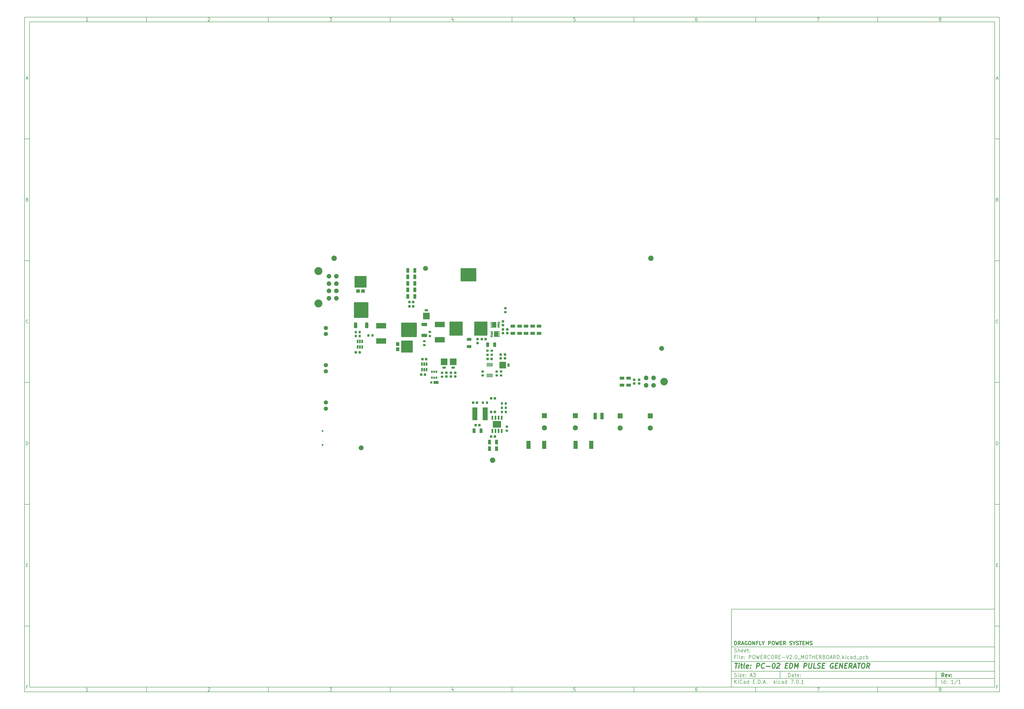
<source format=gts>
G04 #@! TF.GenerationSoftware,KiCad,Pcbnew,7.0.1*
G04 #@! TF.CreationDate,2024-01-10T19:04:54-08:00*
G04 #@! TF.ProjectId,POWERCORE-V2.0_MOTHERBOARD,504f5745-5243-44f5-9245-2d56322e305f,rev?*
G04 #@! TF.SameCoordinates,PX791ddbePYb90347e*
G04 #@! TF.FileFunction,Soldermask,Top*
G04 #@! TF.FilePolarity,Negative*
%FSLAX46Y46*%
G04 Gerber Fmt 4.6, Leading zero omitted, Abs format (unit mm)*
G04 Created by KiCad (PCBNEW 7.0.1) date 2024-01-10 19:04:54*
%MOMM*%
%LPD*%
G01*
G04 APERTURE LIST*
G04 Aperture macros list*
%AMRoundRect*
0 Rectangle with rounded corners*
0 $1 Rounding radius*
0 $2 $3 $4 $5 $6 $7 $8 $9 X,Y pos of 4 corners*
0 Add a 4 corners polygon primitive as box body*
4,1,4,$2,$3,$4,$5,$6,$7,$8,$9,$2,$3,0*
0 Add four circle primitives for the rounded corners*
1,1,$1+$1,$2,$3*
1,1,$1+$1,$4,$5*
1,1,$1+$1,$6,$7*
1,1,$1+$1,$8,$9*
0 Add four rect primitives between the rounded corners*
20,1,$1+$1,$2,$3,$4,$5,0*
20,1,$1+$1,$4,$5,$6,$7,0*
20,1,$1+$1,$6,$7,$8,$9,0*
20,1,$1+$1,$8,$9,$2,$3,0*%
G04 Aperture macros list end*
%ADD10C,0.100000*%
%ADD11C,0.150000*%
%ADD12C,0.300000*%
%ADD13C,0.400000*%
%ADD14RoundRect,0.050800X-2.665000X-2.795000X2.665000X-2.795000X2.665000X2.795000X-2.665000X2.795000X0*%
%ADD15RoundRect,0.050800X-3.175000X-2.640000X3.175000X-2.640000X3.175000X2.640000X-3.175000X2.640000X0*%
%ADD16C,1.879600*%
%ADD17C,3.276600*%
%ADD18RoundRect,0.050800X0.950000X2.550000X-0.950000X2.550000X-0.950000X-2.550000X0.950000X-2.550000X0*%
%ADD19RoundRect,0.275800X-0.250000X0.225000X-0.250000X-0.225000X0.250000X-0.225000X0.250000X0.225000X0*%
%ADD20RoundRect,0.275800X0.225000X0.250000X-0.225000X0.250000X-0.225000X-0.250000X0.225000X-0.250000X0*%
%ADD21C,2.000000*%
%ADD22C,1.752600*%
%ADD23RoundRect,0.275800X0.250000X-0.225000X0.250000X0.225000X-0.250000X0.225000X-0.250000X-0.225000X0*%
%ADD24RoundRect,0.275800X-0.225000X-0.250000X0.225000X-0.250000X0.225000X0.250000X-0.225000X0.250000X0*%
%ADD25RoundRect,0.300800X0.312500X0.625000X-0.312500X0.625000X-0.312500X-0.625000X0.312500X-0.625000X0*%
%ADD26RoundRect,0.300800X0.650000X-0.325000X0.650000X0.325000X-0.650000X0.325000X-0.650000X-0.325000X0*%
%ADD27RoundRect,0.050800X-0.450000X0.170000X-0.450000X-0.170000X0.450000X-0.170000X0.450000X0.170000X0*%
%ADD28RoundRect,0.250800X0.200000X0.275000X-0.200000X0.275000X-0.200000X-0.275000X0.200000X-0.275000X0*%
%ADD29RoundRect,0.250800X-0.275000X0.200000X-0.275000X-0.200000X0.275000X-0.200000X0.275000X0.200000X0*%
%ADD30RoundRect,0.250800X0.275000X-0.200000X0.275000X0.200000X-0.275000X0.200000X-0.275000X-0.200000X0*%
%ADD31C,2.201600*%
%ADD32RoundRect,0.050800X0.700000X0.635000X-0.700000X0.635000X-0.700000X-0.635000X0.700000X-0.635000X0*%
%ADD33RoundRect,0.050800X2.400000X2.360000X-2.400000X2.360000X-2.400000X-2.360000X2.400000X-2.360000X0*%
%ADD34RoundRect,0.200800X0.150000X-0.512500X0.150000X0.512500X-0.150000X0.512500X-0.150000X-0.512500X0*%
%ADD35RoundRect,0.300800X-0.325000X-0.650000X0.325000X-0.650000X0.325000X0.650000X-0.325000X0.650000X0*%
%ADD36RoundRect,0.050800X-0.310000X0.350000X-0.310000X-0.350000X0.310000X-0.350000X0.310000X0.350000X0*%
%ADD37RoundRect,0.050800X-1.270000X1.333500X-1.270000X-1.333500X1.270000X-1.333500X1.270000X1.333500X0*%
%ADD38RoundRect,0.050800X-0.635000X0.381000X-0.635000X-0.381000X0.635000X-0.381000X0.635000X0.381000X0*%
%ADD39RoundRect,0.125800X-0.075000X0.650000X-0.075000X-0.650000X0.075000X-0.650000X0.075000X0.650000X0*%
%ADD40RoundRect,0.050800X-1.000000X1.000000X-1.000000X-1.000000X1.000000X-1.000000X1.000000X1.000000X0*%
%ADD41C,2.101600*%
%ADD42RoundRect,0.050800X2.000000X-1.050000X2.000000X1.050000X-2.000000X1.050000X-2.000000X-1.050000X0*%
%ADD43RoundRect,0.300800X0.325000X0.650000X-0.325000X0.650000X-0.325000X-0.650000X0.325000X-0.650000X0*%
%ADD44RoundRect,0.300800X0.375000X1.075000X-0.375000X1.075000X-0.375000X-1.075000X0.375000X-1.075000X0*%
%ADD45RoundRect,0.250800X-0.200000X-0.275000X0.200000X-0.275000X0.200000X0.275000X-0.200000X0.275000X0*%
%ADD46RoundRect,0.300800X0.850000X0.350000X-0.850000X0.350000X-0.850000X-0.350000X0.850000X-0.350000X0*%
%ADD47RoundRect,0.300797X2.950003X2.650003X-2.950003X2.650003X-2.950003X-2.650003X2.950003X-2.650003X0*%
%ADD48RoundRect,0.050800X-0.800000X-1.600000X0.800000X-1.600000X0.800000X1.600000X-0.800000X1.600000X0*%
%ADD49RoundRect,0.300800X0.625000X-0.312500X0.625000X0.312500X-0.625000X0.312500X-0.625000X-0.312500X0*%
%ADD50RoundRect,0.050800X0.800000X1.600000X-0.800000X1.600000X-0.800000X-1.600000X0.800000X-1.600000X0*%
%ADD51RoundRect,0.050800X1.270000X-1.333500X1.270000X1.333500X-1.270000X1.333500X-1.270000X-1.333500X0*%
%ADD52RoundRect,0.050800X0.635000X-0.381000X0.635000X0.381000X-0.635000X0.381000X-0.635000X-0.381000X0*%
%ADD53RoundRect,0.050800X0.450000X-0.170000X0.450000X0.170000X-0.450000X0.170000X-0.450000X-0.170000X0*%
%ADD54RoundRect,0.050000X1.650000X-1.305000X1.650000X1.305000X-1.650000X1.305000X-1.650000X-1.305000X0*%
%ADD55RoundRect,0.120000X0.250000X-0.725000X0.250000X0.725000X-0.250000X0.725000X-0.250000X-0.725000X0*%
%ADD56RoundRect,0.050800X0.635000X-0.700000X0.635000X0.700000X-0.635000X0.700000X-0.635000X-0.700000X0*%
%ADD57RoundRect,0.050800X2.360000X-2.400000X2.360000X2.400000X-2.360000X2.400000X-2.360000X-2.400000X0*%
%ADD58RoundRect,0.050800X-2.000000X1.050000X-2.000000X-1.050000X2.000000X-1.050000X2.000000X1.050000X0*%
%ADD59C,3.101600*%
%ADD60RoundRect,0.300800X0.350000X-0.850000X0.350000X0.850000X-0.350000X0.850000X-0.350000X-0.850000X0*%
%ADD61RoundRect,0.300797X2.650003X-2.950003X2.650003X2.950003X-2.650003X2.950003X-2.650003X-2.950003X0*%
%ADD62RoundRect,0.050800X-1.333500X-1.270000X1.333500X-1.270000X1.333500X1.270000X-1.333500X1.270000X0*%
%ADD63RoundRect,0.050800X-0.381000X-0.635000X0.381000X-0.635000X0.381000X0.635000X-0.381000X0.635000X0*%
%ADD64RoundRect,0.050800X1.000000X0.550000X-1.000000X0.550000X-1.000000X-0.550000X1.000000X-0.550000X0*%
%ADD65RoundRect,0.050800X0.400000X0.400000X-0.400000X0.400000X-0.400000X-0.400000X0.400000X-0.400000X0*%
%ADD66C,0.751600*%
G04 APERTURE END LIST*
D10*
D11*
X172989002Y-59002202D02*
X280989002Y-59002202D01*
X280989002Y-91002202D01*
X172989002Y-91002202D01*
X172989002Y-59002202D01*
D10*
D11*
X-116999998Y183999998D02*
X282989002Y183999998D01*
X282989002Y-93002202D01*
X-116999998Y-93002202D01*
X-116999998Y183999998D01*
D10*
D11*
X-114999998Y181999998D02*
X280989002Y181999998D01*
X280989002Y-91002202D01*
X-114999998Y-91002202D01*
X-114999998Y181999998D01*
D10*
D11*
X-66999998Y181999998D02*
X-66999998Y183999998D01*
D10*
D11*
X-16999998Y181999998D02*
X-16999998Y183999998D01*
D10*
D11*
X33000002Y181999998D02*
X33000002Y183999998D01*
D10*
D11*
X83000002Y181999998D02*
X83000002Y183999998D01*
D10*
D11*
X133000002Y181999998D02*
X133000002Y183999998D01*
D10*
D11*
X183000002Y181999998D02*
X183000002Y183999998D01*
D10*
D11*
X233000002Y181999998D02*
X233000002Y183999998D01*
D10*
D11*
X-91009522Y182398594D02*
X-91752379Y182398594D01*
X-91380951Y182398594D02*
X-91380951Y183698594D01*
X-91380951Y183698594D02*
X-91504760Y183512879D01*
X-91504760Y183512879D02*
X-91628570Y183389070D01*
X-91628570Y183389070D02*
X-91752379Y183327165D01*
D10*
D11*
X-41752379Y183574784D02*
X-41690475Y183636689D01*
X-41690475Y183636689D02*
X-41566665Y183698594D01*
X-41566665Y183698594D02*
X-41257141Y183698594D01*
X-41257141Y183698594D02*
X-41133332Y183636689D01*
X-41133332Y183636689D02*
X-41071427Y183574784D01*
X-41071427Y183574784D02*
X-41009522Y183450975D01*
X-41009522Y183450975D02*
X-41009522Y183327165D01*
X-41009522Y183327165D02*
X-41071427Y183141451D01*
X-41071427Y183141451D02*
X-41814284Y182398594D01*
X-41814284Y182398594D02*
X-41009522Y182398594D01*
D10*
D11*
X8185716Y183698594D02*
X8990478Y183698594D01*
X8990478Y183698594D02*
X8557144Y183203356D01*
X8557144Y183203356D02*
X8742859Y183203356D01*
X8742859Y183203356D02*
X8866668Y183141451D01*
X8866668Y183141451D02*
X8928573Y183079546D01*
X8928573Y183079546D02*
X8990478Y182955737D01*
X8990478Y182955737D02*
X8990478Y182646213D01*
X8990478Y182646213D02*
X8928573Y182522403D01*
X8928573Y182522403D02*
X8866668Y182460498D01*
X8866668Y182460498D02*
X8742859Y182398594D01*
X8742859Y182398594D02*
X8371430Y182398594D01*
X8371430Y182398594D02*
X8247621Y182460498D01*
X8247621Y182460498D02*
X8185716Y182522403D01*
D10*
D11*
X58866668Y183265260D02*
X58866668Y182398594D01*
X58557144Y183760498D02*
X58247621Y182831927D01*
X58247621Y182831927D02*
X59052382Y182831927D01*
D10*
D11*
X108928573Y183698594D02*
X108309525Y183698594D01*
X108309525Y183698594D02*
X108247621Y183079546D01*
X108247621Y183079546D02*
X108309525Y183141451D01*
X108309525Y183141451D02*
X108433335Y183203356D01*
X108433335Y183203356D02*
X108742859Y183203356D01*
X108742859Y183203356D02*
X108866668Y183141451D01*
X108866668Y183141451D02*
X108928573Y183079546D01*
X108928573Y183079546D02*
X108990478Y182955737D01*
X108990478Y182955737D02*
X108990478Y182646213D01*
X108990478Y182646213D02*
X108928573Y182522403D01*
X108928573Y182522403D02*
X108866668Y182460498D01*
X108866668Y182460498D02*
X108742859Y182398594D01*
X108742859Y182398594D02*
X108433335Y182398594D01*
X108433335Y182398594D02*
X108309525Y182460498D01*
X108309525Y182460498D02*
X108247621Y182522403D01*
D10*
D11*
X158866668Y183698594D02*
X158619049Y183698594D01*
X158619049Y183698594D02*
X158495240Y183636689D01*
X158495240Y183636689D02*
X158433335Y183574784D01*
X158433335Y183574784D02*
X158309525Y183389070D01*
X158309525Y183389070D02*
X158247621Y183141451D01*
X158247621Y183141451D02*
X158247621Y182646213D01*
X158247621Y182646213D02*
X158309525Y182522403D01*
X158309525Y182522403D02*
X158371430Y182460498D01*
X158371430Y182460498D02*
X158495240Y182398594D01*
X158495240Y182398594D02*
X158742859Y182398594D01*
X158742859Y182398594D02*
X158866668Y182460498D01*
X158866668Y182460498D02*
X158928573Y182522403D01*
X158928573Y182522403D02*
X158990478Y182646213D01*
X158990478Y182646213D02*
X158990478Y182955737D01*
X158990478Y182955737D02*
X158928573Y183079546D01*
X158928573Y183079546D02*
X158866668Y183141451D01*
X158866668Y183141451D02*
X158742859Y183203356D01*
X158742859Y183203356D02*
X158495240Y183203356D01*
X158495240Y183203356D02*
X158371430Y183141451D01*
X158371430Y183141451D02*
X158309525Y183079546D01*
X158309525Y183079546D02*
X158247621Y182955737D01*
D10*
D11*
X208185716Y183698594D02*
X209052382Y183698594D01*
X209052382Y183698594D02*
X208495240Y182398594D01*
D10*
D11*
X258495240Y183141451D02*
X258371430Y183203356D01*
X258371430Y183203356D02*
X258309525Y183265260D01*
X258309525Y183265260D02*
X258247621Y183389070D01*
X258247621Y183389070D02*
X258247621Y183450975D01*
X258247621Y183450975D02*
X258309525Y183574784D01*
X258309525Y183574784D02*
X258371430Y183636689D01*
X258371430Y183636689D02*
X258495240Y183698594D01*
X258495240Y183698594D02*
X258742859Y183698594D01*
X258742859Y183698594D02*
X258866668Y183636689D01*
X258866668Y183636689D02*
X258928573Y183574784D01*
X258928573Y183574784D02*
X258990478Y183450975D01*
X258990478Y183450975D02*
X258990478Y183389070D01*
X258990478Y183389070D02*
X258928573Y183265260D01*
X258928573Y183265260D02*
X258866668Y183203356D01*
X258866668Y183203356D02*
X258742859Y183141451D01*
X258742859Y183141451D02*
X258495240Y183141451D01*
X258495240Y183141451D02*
X258371430Y183079546D01*
X258371430Y183079546D02*
X258309525Y183017641D01*
X258309525Y183017641D02*
X258247621Y182893832D01*
X258247621Y182893832D02*
X258247621Y182646213D01*
X258247621Y182646213D02*
X258309525Y182522403D01*
X258309525Y182522403D02*
X258371430Y182460498D01*
X258371430Y182460498D02*
X258495240Y182398594D01*
X258495240Y182398594D02*
X258742859Y182398594D01*
X258742859Y182398594D02*
X258866668Y182460498D01*
X258866668Y182460498D02*
X258928573Y182522403D01*
X258928573Y182522403D02*
X258990478Y182646213D01*
X258990478Y182646213D02*
X258990478Y182893832D01*
X258990478Y182893832D02*
X258928573Y183017641D01*
X258928573Y183017641D02*
X258866668Y183079546D01*
X258866668Y183079546D02*
X258742859Y183141451D01*
D10*
D11*
X-66999998Y-91002202D02*
X-66999998Y-93002202D01*
D10*
D11*
X-16999998Y-91002202D02*
X-16999998Y-93002202D01*
D10*
D11*
X33000002Y-91002202D02*
X33000002Y-93002202D01*
D10*
D11*
X83000002Y-91002202D02*
X83000002Y-93002202D01*
D10*
D11*
X133000002Y-91002202D02*
X133000002Y-93002202D01*
D10*
D11*
X183000002Y-91002202D02*
X183000002Y-93002202D01*
D10*
D11*
X233000002Y-91002202D02*
X233000002Y-93002202D01*
D10*
D11*
X-91009522Y-92603606D02*
X-91752379Y-92603606D01*
X-91380951Y-92603606D02*
X-91380951Y-91303606D01*
X-91380951Y-91303606D02*
X-91504760Y-91489321D01*
X-91504760Y-91489321D02*
X-91628570Y-91613130D01*
X-91628570Y-91613130D02*
X-91752379Y-91675035D01*
D10*
D11*
X-41752379Y-91427416D02*
X-41690475Y-91365511D01*
X-41690475Y-91365511D02*
X-41566665Y-91303606D01*
X-41566665Y-91303606D02*
X-41257141Y-91303606D01*
X-41257141Y-91303606D02*
X-41133332Y-91365511D01*
X-41133332Y-91365511D02*
X-41071427Y-91427416D01*
X-41071427Y-91427416D02*
X-41009522Y-91551225D01*
X-41009522Y-91551225D02*
X-41009522Y-91675035D01*
X-41009522Y-91675035D02*
X-41071427Y-91860749D01*
X-41071427Y-91860749D02*
X-41814284Y-92603606D01*
X-41814284Y-92603606D02*
X-41009522Y-92603606D01*
D10*
D11*
X8185716Y-91303606D02*
X8990478Y-91303606D01*
X8990478Y-91303606D02*
X8557144Y-91798844D01*
X8557144Y-91798844D02*
X8742859Y-91798844D01*
X8742859Y-91798844D02*
X8866668Y-91860749D01*
X8866668Y-91860749D02*
X8928573Y-91922654D01*
X8928573Y-91922654D02*
X8990478Y-92046463D01*
X8990478Y-92046463D02*
X8990478Y-92355987D01*
X8990478Y-92355987D02*
X8928573Y-92479797D01*
X8928573Y-92479797D02*
X8866668Y-92541702D01*
X8866668Y-92541702D02*
X8742859Y-92603606D01*
X8742859Y-92603606D02*
X8371430Y-92603606D01*
X8371430Y-92603606D02*
X8247621Y-92541702D01*
X8247621Y-92541702D02*
X8185716Y-92479797D01*
D10*
D11*
X58866668Y-91736940D02*
X58866668Y-92603606D01*
X58557144Y-91241702D02*
X58247621Y-92170273D01*
X58247621Y-92170273D02*
X59052382Y-92170273D01*
D10*
D11*
X108928573Y-91303606D02*
X108309525Y-91303606D01*
X108309525Y-91303606D02*
X108247621Y-91922654D01*
X108247621Y-91922654D02*
X108309525Y-91860749D01*
X108309525Y-91860749D02*
X108433335Y-91798844D01*
X108433335Y-91798844D02*
X108742859Y-91798844D01*
X108742859Y-91798844D02*
X108866668Y-91860749D01*
X108866668Y-91860749D02*
X108928573Y-91922654D01*
X108928573Y-91922654D02*
X108990478Y-92046463D01*
X108990478Y-92046463D02*
X108990478Y-92355987D01*
X108990478Y-92355987D02*
X108928573Y-92479797D01*
X108928573Y-92479797D02*
X108866668Y-92541702D01*
X108866668Y-92541702D02*
X108742859Y-92603606D01*
X108742859Y-92603606D02*
X108433335Y-92603606D01*
X108433335Y-92603606D02*
X108309525Y-92541702D01*
X108309525Y-92541702D02*
X108247621Y-92479797D01*
D10*
D11*
X158866668Y-91303606D02*
X158619049Y-91303606D01*
X158619049Y-91303606D02*
X158495240Y-91365511D01*
X158495240Y-91365511D02*
X158433335Y-91427416D01*
X158433335Y-91427416D02*
X158309525Y-91613130D01*
X158309525Y-91613130D02*
X158247621Y-91860749D01*
X158247621Y-91860749D02*
X158247621Y-92355987D01*
X158247621Y-92355987D02*
X158309525Y-92479797D01*
X158309525Y-92479797D02*
X158371430Y-92541702D01*
X158371430Y-92541702D02*
X158495240Y-92603606D01*
X158495240Y-92603606D02*
X158742859Y-92603606D01*
X158742859Y-92603606D02*
X158866668Y-92541702D01*
X158866668Y-92541702D02*
X158928573Y-92479797D01*
X158928573Y-92479797D02*
X158990478Y-92355987D01*
X158990478Y-92355987D02*
X158990478Y-92046463D01*
X158990478Y-92046463D02*
X158928573Y-91922654D01*
X158928573Y-91922654D02*
X158866668Y-91860749D01*
X158866668Y-91860749D02*
X158742859Y-91798844D01*
X158742859Y-91798844D02*
X158495240Y-91798844D01*
X158495240Y-91798844D02*
X158371430Y-91860749D01*
X158371430Y-91860749D02*
X158309525Y-91922654D01*
X158309525Y-91922654D02*
X158247621Y-92046463D01*
D10*
D11*
X208185716Y-91303606D02*
X209052382Y-91303606D01*
X209052382Y-91303606D02*
X208495240Y-92603606D01*
D10*
D11*
X258495240Y-91860749D02*
X258371430Y-91798844D01*
X258371430Y-91798844D02*
X258309525Y-91736940D01*
X258309525Y-91736940D02*
X258247621Y-91613130D01*
X258247621Y-91613130D02*
X258247621Y-91551225D01*
X258247621Y-91551225D02*
X258309525Y-91427416D01*
X258309525Y-91427416D02*
X258371430Y-91365511D01*
X258371430Y-91365511D02*
X258495240Y-91303606D01*
X258495240Y-91303606D02*
X258742859Y-91303606D01*
X258742859Y-91303606D02*
X258866668Y-91365511D01*
X258866668Y-91365511D02*
X258928573Y-91427416D01*
X258928573Y-91427416D02*
X258990478Y-91551225D01*
X258990478Y-91551225D02*
X258990478Y-91613130D01*
X258990478Y-91613130D02*
X258928573Y-91736940D01*
X258928573Y-91736940D02*
X258866668Y-91798844D01*
X258866668Y-91798844D02*
X258742859Y-91860749D01*
X258742859Y-91860749D02*
X258495240Y-91860749D01*
X258495240Y-91860749D02*
X258371430Y-91922654D01*
X258371430Y-91922654D02*
X258309525Y-91984559D01*
X258309525Y-91984559D02*
X258247621Y-92108368D01*
X258247621Y-92108368D02*
X258247621Y-92355987D01*
X258247621Y-92355987D02*
X258309525Y-92479797D01*
X258309525Y-92479797D02*
X258371430Y-92541702D01*
X258371430Y-92541702D02*
X258495240Y-92603606D01*
X258495240Y-92603606D02*
X258742859Y-92603606D01*
X258742859Y-92603606D02*
X258866668Y-92541702D01*
X258866668Y-92541702D02*
X258928573Y-92479797D01*
X258928573Y-92479797D02*
X258990478Y-92355987D01*
X258990478Y-92355987D02*
X258990478Y-92108368D01*
X258990478Y-92108368D02*
X258928573Y-91984559D01*
X258928573Y-91984559D02*
X258866668Y-91922654D01*
X258866668Y-91922654D02*
X258742859Y-91860749D01*
D10*
D11*
X-116999998Y133999998D02*
X-114999998Y133999998D01*
D10*
D11*
X-116999998Y83999998D02*
X-114999998Y83999998D01*
D10*
D11*
X-116999998Y33999998D02*
X-114999998Y33999998D01*
D10*
D11*
X-116999998Y-16000002D02*
X-114999998Y-16000002D01*
D10*
D11*
X-116999998Y-66000002D02*
X-114999998Y-66000002D01*
D10*
D11*
X-116309522Y158770022D02*
X-115690475Y158770022D01*
X-116433332Y158398594D02*
X-115999999Y159698594D01*
X-115999999Y159698594D02*
X-115566665Y158398594D01*
D10*
D11*
X-115907141Y109079546D02*
X-115721427Y109017641D01*
X-115721427Y109017641D02*
X-115659522Y108955737D01*
X-115659522Y108955737D02*
X-115597618Y108831927D01*
X-115597618Y108831927D02*
X-115597618Y108646213D01*
X-115597618Y108646213D02*
X-115659522Y108522403D01*
X-115659522Y108522403D02*
X-115721427Y108460498D01*
X-115721427Y108460498D02*
X-115845237Y108398594D01*
X-115845237Y108398594D02*
X-116340475Y108398594D01*
X-116340475Y108398594D02*
X-116340475Y109698594D01*
X-116340475Y109698594D02*
X-115907141Y109698594D01*
X-115907141Y109698594D02*
X-115783332Y109636689D01*
X-115783332Y109636689D02*
X-115721427Y109574784D01*
X-115721427Y109574784D02*
X-115659522Y109450975D01*
X-115659522Y109450975D02*
X-115659522Y109327165D01*
X-115659522Y109327165D02*
X-115721427Y109203356D01*
X-115721427Y109203356D02*
X-115783332Y109141451D01*
X-115783332Y109141451D02*
X-115907141Y109079546D01*
X-115907141Y109079546D02*
X-116340475Y109079546D01*
D10*
D11*
X-115597618Y58522403D02*
X-115659522Y58460498D01*
X-115659522Y58460498D02*
X-115845237Y58398594D01*
X-115845237Y58398594D02*
X-115969046Y58398594D01*
X-115969046Y58398594D02*
X-116154760Y58460498D01*
X-116154760Y58460498D02*
X-116278570Y58584308D01*
X-116278570Y58584308D02*
X-116340475Y58708118D01*
X-116340475Y58708118D02*
X-116402379Y58955737D01*
X-116402379Y58955737D02*
X-116402379Y59141451D01*
X-116402379Y59141451D02*
X-116340475Y59389070D01*
X-116340475Y59389070D02*
X-116278570Y59512879D01*
X-116278570Y59512879D02*
X-116154760Y59636689D01*
X-116154760Y59636689D02*
X-115969046Y59698594D01*
X-115969046Y59698594D02*
X-115845237Y59698594D01*
X-115845237Y59698594D02*
X-115659522Y59636689D01*
X-115659522Y59636689D02*
X-115597618Y59574784D01*
D10*
D11*
X-116340475Y8398594D02*
X-116340475Y9698594D01*
X-116340475Y9698594D02*
X-116030951Y9698594D01*
X-116030951Y9698594D02*
X-115845237Y9636689D01*
X-115845237Y9636689D02*
X-115721427Y9512879D01*
X-115721427Y9512879D02*
X-115659522Y9389070D01*
X-115659522Y9389070D02*
X-115597618Y9141451D01*
X-115597618Y9141451D02*
X-115597618Y8955737D01*
X-115597618Y8955737D02*
X-115659522Y8708118D01*
X-115659522Y8708118D02*
X-115721427Y8584308D01*
X-115721427Y8584308D02*
X-115845237Y8460498D01*
X-115845237Y8460498D02*
X-116030951Y8398594D01*
X-116030951Y8398594D02*
X-116340475Y8398594D01*
D10*
D11*
X-116278570Y-40920454D02*
X-115845236Y-40920454D01*
X-115659522Y-41601406D02*
X-116278570Y-41601406D01*
X-116278570Y-41601406D02*
X-116278570Y-40301406D01*
X-116278570Y-40301406D02*
X-115659522Y-40301406D01*
D10*
D11*
X-115814284Y-90920454D02*
X-116247618Y-90920454D01*
X-116247618Y-91601406D02*
X-116247618Y-90301406D01*
X-116247618Y-90301406D02*
X-115628570Y-90301406D01*
D10*
D11*
X282989002Y133999998D02*
X280989002Y133999998D01*
D10*
D11*
X282989002Y83999998D02*
X280989002Y83999998D01*
D10*
D11*
X282989002Y33999998D02*
X280989002Y33999998D01*
D10*
D11*
X282989002Y-16000002D02*
X280989002Y-16000002D01*
D10*
D11*
X282989002Y-66000002D02*
X280989002Y-66000002D01*
D10*
D11*
X281679478Y158770022D02*
X282298525Y158770022D01*
X281555668Y158398594D02*
X281989001Y159698594D01*
X281989001Y159698594D02*
X282422335Y158398594D01*
D10*
D11*
X282081859Y109079546D02*
X282267573Y109017641D01*
X282267573Y109017641D02*
X282329478Y108955737D01*
X282329478Y108955737D02*
X282391382Y108831927D01*
X282391382Y108831927D02*
X282391382Y108646213D01*
X282391382Y108646213D02*
X282329478Y108522403D01*
X282329478Y108522403D02*
X282267573Y108460498D01*
X282267573Y108460498D02*
X282143763Y108398594D01*
X282143763Y108398594D02*
X281648525Y108398594D01*
X281648525Y108398594D02*
X281648525Y109698594D01*
X281648525Y109698594D02*
X282081859Y109698594D01*
X282081859Y109698594D02*
X282205668Y109636689D01*
X282205668Y109636689D02*
X282267573Y109574784D01*
X282267573Y109574784D02*
X282329478Y109450975D01*
X282329478Y109450975D02*
X282329478Y109327165D01*
X282329478Y109327165D02*
X282267573Y109203356D01*
X282267573Y109203356D02*
X282205668Y109141451D01*
X282205668Y109141451D02*
X282081859Y109079546D01*
X282081859Y109079546D02*
X281648525Y109079546D01*
D10*
D11*
X282391382Y58522403D02*
X282329478Y58460498D01*
X282329478Y58460498D02*
X282143763Y58398594D01*
X282143763Y58398594D02*
X282019954Y58398594D01*
X282019954Y58398594D02*
X281834240Y58460498D01*
X281834240Y58460498D02*
X281710430Y58584308D01*
X281710430Y58584308D02*
X281648525Y58708118D01*
X281648525Y58708118D02*
X281586621Y58955737D01*
X281586621Y58955737D02*
X281586621Y59141451D01*
X281586621Y59141451D02*
X281648525Y59389070D01*
X281648525Y59389070D02*
X281710430Y59512879D01*
X281710430Y59512879D02*
X281834240Y59636689D01*
X281834240Y59636689D02*
X282019954Y59698594D01*
X282019954Y59698594D02*
X282143763Y59698594D01*
X282143763Y59698594D02*
X282329478Y59636689D01*
X282329478Y59636689D02*
X282391382Y59574784D01*
D10*
D11*
X281648525Y8398594D02*
X281648525Y9698594D01*
X281648525Y9698594D02*
X281958049Y9698594D01*
X281958049Y9698594D02*
X282143763Y9636689D01*
X282143763Y9636689D02*
X282267573Y9512879D01*
X282267573Y9512879D02*
X282329478Y9389070D01*
X282329478Y9389070D02*
X282391382Y9141451D01*
X282391382Y9141451D02*
X282391382Y8955737D01*
X282391382Y8955737D02*
X282329478Y8708118D01*
X282329478Y8708118D02*
X282267573Y8584308D01*
X282267573Y8584308D02*
X282143763Y8460498D01*
X282143763Y8460498D02*
X281958049Y8398594D01*
X281958049Y8398594D02*
X281648525Y8398594D01*
D10*
D11*
X281710430Y-40920454D02*
X282143764Y-40920454D01*
X282329478Y-41601406D02*
X281710430Y-41601406D01*
X281710430Y-41601406D02*
X281710430Y-40301406D01*
X281710430Y-40301406D02*
X282329478Y-40301406D01*
D10*
D11*
X282174716Y-90920454D02*
X281741382Y-90920454D01*
X281741382Y-91601406D02*
X281741382Y-90301406D01*
X281741382Y-90301406D02*
X282360430Y-90301406D01*
D10*
D11*
X196346144Y-86796130D02*
X196346144Y-85296130D01*
X196346144Y-85296130D02*
X196703287Y-85296130D01*
X196703287Y-85296130D02*
X196917573Y-85367559D01*
X196917573Y-85367559D02*
X197060430Y-85510416D01*
X197060430Y-85510416D02*
X197131859Y-85653273D01*
X197131859Y-85653273D02*
X197203287Y-85938987D01*
X197203287Y-85938987D02*
X197203287Y-86153273D01*
X197203287Y-86153273D02*
X197131859Y-86438987D01*
X197131859Y-86438987D02*
X197060430Y-86581844D01*
X197060430Y-86581844D02*
X196917573Y-86724702D01*
X196917573Y-86724702D02*
X196703287Y-86796130D01*
X196703287Y-86796130D02*
X196346144Y-86796130D01*
X198489002Y-86796130D02*
X198489002Y-86010416D01*
X198489002Y-86010416D02*
X198417573Y-85867559D01*
X198417573Y-85867559D02*
X198274716Y-85796130D01*
X198274716Y-85796130D02*
X197989002Y-85796130D01*
X197989002Y-85796130D02*
X197846144Y-85867559D01*
X198489002Y-86724702D02*
X198346144Y-86796130D01*
X198346144Y-86796130D02*
X197989002Y-86796130D01*
X197989002Y-86796130D02*
X197846144Y-86724702D01*
X197846144Y-86724702D02*
X197774716Y-86581844D01*
X197774716Y-86581844D02*
X197774716Y-86438987D01*
X197774716Y-86438987D02*
X197846144Y-86296130D01*
X197846144Y-86296130D02*
X197989002Y-86224702D01*
X197989002Y-86224702D02*
X198346144Y-86224702D01*
X198346144Y-86224702D02*
X198489002Y-86153273D01*
X198989002Y-85796130D02*
X199560430Y-85796130D01*
X199203287Y-85296130D02*
X199203287Y-86581844D01*
X199203287Y-86581844D02*
X199274716Y-86724702D01*
X199274716Y-86724702D02*
X199417573Y-86796130D01*
X199417573Y-86796130D02*
X199560430Y-86796130D01*
X200631859Y-86724702D02*
X200489002Y-86796130D01*
X200489002Y-86796130D02*
X200203288Y-86796130D01*
X200203288Y-86796130D02*
X200060430Y-86724702D01*
X200060430Y-86724702D02*
X199989002Y-86581844D01*
X199989002Y-86581844D02*
X199989002Y-86010416D01*
X199989002Y-86010416D02*
X200060430Y-85867559D01*
X200060430Y-85867559D02*
X200203288Y-85796130D01*
X200203288Y-85796130D02*
X200489002Y-85796130D01*
X200489002Y-85796130D02*
X200631859Y-85867559D01*
X200631859Y-85867559D02*
X200703288Y-86010416D01*
X200703288Y-86010416D02*
X200703288Y-86153273D01*
X200703288Y-86153273D02*
X199989002Y-86296130D01*
X201346144Y-86653273D02*
X201417573Y-86724702D01*
X201417573Y-86724702D02*
X201346144Y-86796130D01*
X201346144Y-86796130D02*
X201274716Y-86724702D01*
X201274716Y-86724702D02*
X201346144Y-86653273D01*
X201346144Y-86653273D02*
X201346144Y-86796130D01*
X201346144Y-85867559D02*
X201417573Y-85938987D01*
X201417573Y-85938987D02*
X201346144Y-86010416D01*
X201346144Y-86010416D02*
X201274716Y-85938987D01*
X201274716Y-85938987D02*
X201346144Y-85867559D01*
X201346144Y-85867559D02*
X201346144Y-86010416D01*
D10*
D11*
X172989002Y-87502202D02*
X280989002Y-87502202D01*
D10*
D11*
X174346144Y-89596130D02*
X174346144Y-88096130D01*
X175203287Y-89596130D02*
X174560430Y-88738987D01*
X175203287Y-88096130D02*
X174346144Y-88953273D01*
X175846144Y-89596130D02*
X175846144Y-88596130D01*
X175846144Y-88096130D02*
X175774716Y-88167559D01*
X175774716Y-88167559D02*
X175846144Y-88238987D01*
X175846144Y-88238987D02*
X175917573Y-88167559D01*
X175917573Y-88167559D02*
X175846144Y-88096130D01*
X175846144Y-88096130D02*
X175846144Y-88238987D01*
X177417573Y-89453273D02*
X177346145Y-89524702D01*
X177346145Y-89524702D02*
X177131859Y-89596130D01*
X177131859Y-89596130D02*
X176989002Y-89596130D01*
X176989002Y-89596130D02*
X176774716Y-89524702D01*
X176774716Y-89524702D02*
X176631859Y-89381844D01*
X176631859Y-89381844D02*
X176560430Y-89238987D01*
X176560430Y-89238987D02*
X176489002Y-88953273D01*
X176489002Y-88953273D02*
X176489002Y-88738987D01*
X176489002Y-88738987D02*
X176560430Y-88453273D01*
X176560430Y-88453273D02*
X176631859Y-88310416D01*
X176631859Y-88310416D02*
X176774716Y-88167559D01*
X176774716Y-88167559D02*
X176989002Y-88096130D01*
X176989002Y-88096130D02*
X177131859Y-88096130D01*
X177131859Y-88096130D02*
X177346145Y-88167559D01*
X177346145Y-88167559D02*
X177417573Y-88238987D01*
X178703288Y-89596130D02*
X178703288Y-88810416D01*
X178703288Y-88810416D02*
X178631859Y-88667559D01*
X178631859Y-88667559D02*
X178489002Y-88596130D01*
X178489002Y-88596130D02*
X178203288Y-88596130D01*
X178203288Y-88596130D02*
X178060430Y-88667559D01*
X178703288Y-89524702D02*
X178560430Y-89596130D01*
X178560430Y-89596130D02*
X178203288Y-89596130D01*
X178203288Y-89596130D02*
X178060430Y-89524702D01*
X178060430Y-89524702D02*
X177989002Y-89381844D01*
X177989002Y-89381844D02*
X177989002Y-89238987D01*
X177989002Y-89238987D02*
X178060430Y-89096130D01*
X178060430Y-89096130D02*
X178203288Y-89024702D01*
X178203288Y-89024702D02*
X178560430Y-89024702D01*
X178560430Y-89024702D02*
X178703288Y-88953273D01*
X180060431Y-89596130D02*
X180060431Y-88096130D01*
X180060431Y-89524702D02*
X179917573Y-89596130D01*
X179917573Y-89596130D02*
X179631859Y-89596130D01*
X179631859Y-89596130D02*
X179489002Y-89524702D01*
X179489002Y-89524702D02*
X179417573Y-89453273D01*
X179417573Y-89453273D02*
X179346145Y-89310416D01*
X179346145Y-89310416D02*
X179346145Y-88881844D01*
X179346145Y-88881844D02*
X179417573Y-88738987D01*
X179417573Y-88738987D02*
X179489002Y-88667559D01*
X179489002Y-88667559D02*
X179631859Y-88596130D01*
X179631859Y-88596130D02*
X179917573Y-88596130D01*
X179917573Y-88596130D02*
X180060431Y-88667559D01*
X181917573Y-88810416D02*
X182417573Y-88810416D01*
X182631859Y-89596130D02*
X181917573Y-89596130D01*
X181917573Y-89596130D02*
X181917573Y-88096130D01*
X181917573Y-88096130D02*
X182631859Y-88096130D01*
X183274716Y-89453273D02*
X183346145Y-89524702D01*
X183346145Y-89524702D02*
X183274716Y-89596130D01*
X183274716Y-89596130D02*
X183203288Y-89524702D01*
X183203288Y-89524702D02*
X183274716Y-89453273D01*
X183274716Y-89453273D02*
X183274716Y-89596130D01*
X183989002Y-89596130D02*
X183989002Y-88096130D01*
X183989002Y-88096130D02*
X184346145Y-88096130D01*
X184346145Y-88096130D02*
X184560431Y-88167559D01*
X184560431Y-88167559D02*
X184703288Y-88310416D01*
X184703288Y-88310416D02*
X184774717Y-88453273D01*
X184774717Y-88453273D02*
X184846145Y-88738987D01*
X184846145Y-88738987D02*
X184846145Y-88953273D01*
X184846145Y-88953273D02*
X184774717Y-89238987D01*
X184774717Y-89238987D02*
X184703288Y-89381844D01*
X184703288Y-89381844D02*
X184560431Y-89524702D01*
X184560431Y-89524702D02*
X184346145Y-89596130D01*
X184346145Y-89596130D02*
X183989002Y-89596130D01*
X185489002Y-89453273D02*
X185560431Y-89524702D01*
X185560431Y-89524702D02*
X185489002Y-89596130D01*
X185489002Y-89596130D02*
X185417574Y-89524702D01*
X185417574Y-89524702D02*
X185489002Y-89453273D01*
X185489002Y-89453273D02*
X185489002Y-89596130D01*
X186131860Y-89167559D02*
X186846146Y-89167559D01*
X185989003Y-89596130D02*
X186489003Y-88096130D01*
X186489003Y-88096130D02*
X186989003Y-89596130D01*
X187489002Y-89453273D02*
X187560431Y-89524702D01*
X187560431Y-89524702D02*
X187489002Y-89596130D01*
X187489002Y-89596130D02*
X187417574Y-89524702D01*
X187417574Y-89524702D02*
X187489002Y-89453273D01*
X187489002Y-89453273D02*
X187489002Y-89596130D01*
X190489002Y-89596130D02*
X190489002Y-88096130D01*
X190631860Y-89024702D02*
X191060431Y-89596130D01*
X191060431Y-88596130D02*
X190489002Y-89167559D01*
X191703288Y-89596130D02*
X191703288Y-88596130D01*
X191703288Y-88096130D02*
X191631860Y-88167559D01*
X191631860Y-88167559D02*
X191703288Y-88238987D01*
X191703288Y-88238987D02*
X191774717Y-88167559D01*
X191774717Y-88167559D02*
X191703288Y-88096130D01*
X191703288Y-88096130D02*
X191703288Y-88238987D01*
X193060432Y-89524702D02*
X192917574Y-89596130D01*
X192917574Y-89596130D02*
X192631860Y-89596130D01*
X192631860Y-89596130D02*
X192489003Y-89524702D01*
X192489003Y-89524702D02*
X192417574Y-89453273D01*
X192417574Y-89453273D02*
X192346146Y-89310416D01*
X192346146Y-89310416D02*
X192346146Y-88881844D01*
X192346146Y-88881844D02*
X192417574Y-88738987D01*
X192417574Y-88738987D02*
X192489003Y-88667559D01*
X192489003Y-88667559D02*
X192631860Y-88596130D01*
X192631860Y-88596130D02*
X192917574Y-88596130D01*
X192917574Y-88596130D02*
X193060432Y-88667559D01*
X194346146Y-89596130D02*
X194346146Y-88810416D01*
X194346146Y-88810416D02*
X194274717Y-88667559D01*
X194274717Y-88667559D02*
X194131860Y-88596130D01*
X194131860Y-88596130D02*
X193846146Y-88596130D01*
X193846146Y-88596130D02*
X193703288Y-88667559D01*
X194346146Y-89524702D02*
X194203288Y-89596130D01*
X194203288Y-89596130D02*
X193846146Y-89596130D01*
X193846146Y-89596130D02*
X193703288Y-89524702D01*
X193703288Y-89524702D02*
X193631860Y-89381844D01*
X193631860Y-89381844D02*
X193631860Y-89238987D01*
X193631860Y-89238987D02*
X193703288Y-89096130D01*
X193703288Y-89096130D02*
X193846146Y-89024702D01*
X193846146Y-89024702D02*
X194203288Y-89024702D01*
X194203288Y-89024702D02*
X194346146Y-88953273D01*
X195703289Y-89596130D02*
X195703289Y-88096130D01*
X195703289Y-89524702D02*
X195560431Y-89596130D01*
X195560431Y-89596130D02*
X195274717Y-89596130D01*
X195274717Y-89596130D02*
X195131860Y-89524702D01*
X195131860Y-89524702D02*
X195060431Y-89453273D01*
X195060431Y-89453273D02*
X194989003Y-89310416D01*
X194989003Y-89310416D02*
X194989003Y-88881844D01*
X194989003Y-88881844D02*
X195060431Y-88738987D01*
X195060431Y-88738987D02*
X195131860Y-88667559D01*
X195131860Y-88667559D02*
X195274717Y-88596130D01*
X195274717Y-88596130D02*
X195560431Y-88596130D01*
X195560431Y-88596130D02*
X195703289Y-88667559D01*
X197417574Y-88096130D02*
X198417574Y-88096130D01*
X198417574Y-88096130D02*
X197774717Y-89596130D01*
X198989002Y-89453273D02*
X199060431Y-89524702D01*
X199060431Y-89524702D02*
X198989002Y-89596130D01*
X198989002Y-89596130D02*
X198917574Y-89524702D01*
X198917574Y-89524702D02*
X198989002Y-89453273D01*
X198989002Y-89453273D02*
X198989002Y-89596130D01*
X199989003Y-88096130D02*
X200131860Y-88096130D01*
X200131860Y-88096130D02*
X200274717Y-88167559D01*
X200274717Y-88167559D02*
X200346146Y-88238987D01*
X200346146Y-88238987D02*
X200417574Y-88381844D01*
X200417574Y-88381844D02*
X200489003Y-88667559D01*
X200489003Y-88667559D02*
X200489003Y-89024702D01*
X200489003Y-89024702D02*
X200417574Y-89310416D01*
X200417574Y-89310416D02*
X200346146Y-89453273D01*
X200346146Y-89453273D02*
X200274717Y-89524702D01*
X200274717Y-89524702D02*
X200131860Y-89596130D01*
X200131860Y-89596130D02*
X199989003Y-89596130D01*
X199989003Y-89596130D02*
X199846146Y-89524702D01*
X199846146Y-89524702D02*
X199774717Y-89453273D01*
X199774717Y-89453273D02*
X199703288Y-89310416D01*
X199703288Y-89310416D02*
X199631860Y-89024702D01*
X199631860Y-89024702D02*
X199631860Y-88667559D01*
X199631860Y-88667559D02*
X199703288Y-88381844D01*
X199703288Y-88381844D02*
X199774717Y-88238987D01*
X199774717Y-88238987D02*
X199846146Y-88167559D01*
X199846146Y-88167559D02*
X199989003Y-88096130D01*
X201131859Y-89453273D02*
X201203288Y-89524702D01*
X201203288Y-89524702D02*
X201131859Y-89596130D01*
X201131859Y-89596130D02*
X201060431Y-89524702D01*
X201060431Y-89524702D02*
X201131859Y-89453273D01*
X201131859Y-89453273D02*
X201131859Y-89596130D01*
X202631860Y-89596130D02*
X201774717Y-89596130D01*
X202203288Y-89596130D02*
X202203288Y-88096130D01*
X202203288Y-88096130D02*
X202060431Y-88310416D01*
X202060431Y-88310416D02*
X201917574Y-88453273D01*
X201917574Y-88453273D02*
X201774717Y-88524702D01*
D10*
D11*
X172989002Y-84502202D02*
X280989002Y-84502202D01*
D10*
D12*
X260203287Y-86796130D02*
X259703287Y-86081844D01*
X259346144Y-86796130D02*
X259346144Y-85296130D01*
X259346144Y-85296130D02*
X259917573Y-85296130D01*
X259917573Y-85296130D02*
X260060430Y-85367559D01*
X260060430Y-85367559D02*
X260131859Y-85438987D01*
X260131859Y-85438987D02*
X260203287Y-85581844D01*
X260203287Y-85581844D02*
X260203287Y-85796130D01*
X260203287Y-85796130D02*
X260131859Y-85938987D01*
X260131859Y-85938987D02*
X260060430Y-86010416D01*
X260060430Y-86010416D02*
X259917573Y-86081844D01*
X259917573Y-86081844D02*
X259346144Y-86081844D01*
X261417573Y-86724702D02*
X261274716Y-86796130D01*
X261274716Y-86796130D02*
X260989002Y-86796130D01*
X260989002Y-86796130D02*
X260846144Y-86724702D01*
X260846144Y-86724702D02*
X260774716Y-86581844D01*
X260774716Y-86581844D02*
X260774716Y-86010416D01*
X260774716Y-86010416D02*
X260846144Y-85867559D01*
X260846144Y-85867559D02*
X260989002Y-85796130D01*
X260989002Y-85796130D02*
X261274716Y-85796130D01*
X261274716Y-85796130D02*
X261417573Y-85867559D01*
X261417573Y-85867559D02*
X261489002Y-86010416D01*
X261489002Y-86010416D02*
X261489002Y-86153273D01*
X261489002Y-86153273D02*
X260774716Y-86296130D01*
X261989001Y-85796130D02*
X262346144Y-86796130D01*
X262346144Y-86796130D02*
X262703287Y-85796130D01*
X263274715Y-86653273D02*
X263346144Y-86724702D01*
X263346144Y-86724702D02*
X263274715Y-86796130D01*
X263274715Y-86796130D02*
X263203287Y-86724702D01*
X263203287Y-86724702D02*
X263274715Y-86653273D01*
X263274715Y-86653273D02*
X263274715Y-86796130D01*
X263274715Y-85867559D02*
X263346144Y-85938987D01*
X263346144Y-85938987D02*
X263274715Y-86010416D01*
X263274715Y-86010416D02*
X263203287Y-85938987D01*
X263203287Y-85938987D02*
X263274715Y-85867559D01*
X263274715Y-85867559D02*
X263274715Y-86010416D01*
D10*
D11*
X174274716Y-86724702D02*
X174489002Y-86796130D01*
X174489002Y-86796130D02*
X174846144Y-86796130D01*
X174846144Y-86796130D02*
X174989002Y-86724702D01*
X174989002Y-86724702D02*
X175060430Y-86653273D01*
X175060430Y-86653273D02*
X175131859Y-86510416D01*
X175131859Y-86510416D02*
X175131859Y-86367559D01*
X175131859Y-86367559D02*
X175060430Y-86224702D01*
X175060430Y-86224702D02*
X174989002Y-86153273D01*
X174989002Y-86153273D02*
X174846144Y-86081844D01*
X174846144Y-86081844D02*
X174560430Y-86010416D01*
X174560430Y-86010416D02*
X174417573Y-85938987D01*
X174417573Y-85938987D02*
X174346144Y-85867559D01*
X174346144Y-85867559D02*
X174274716Y-85724702D01*
X174274716Y-85724702D02*
X174274716Y-85581844D01*
X174274716Y-85581844D02*
X174346144Y-85438987D01*
X174346144Y-85438987D02*
X174417573Y-85367559D01*
X174417573Y-85367559D02*
X174560430Y-85296130D01*
X174560430Y-85296130D02*
X174917573Y-85296130D01*
X174917573Y-85296130D02*
X175131859Y-85367559D01*
X175774715Y-86796130D02*
X175774715Y-85796130D01*
X175774715Y-85296130D02*
X175703287Y-85367559D01*
X175703287Y-85367559D02*
X175774715Y-85438987D01*
X175774715Y-85438987D02*
X175846144Y-85367559D01*
X175846144Y-85367559D02*
X175774715Y-85296130D01*
X175774715Y-85296130D02*
X175774715Y-85438987D01*
X176346144Y-85796130D02*
X177131859Y-85796130D01*
X177131859Y-85796130D02*
X176346144Y-86796130D01*
X176346144Y-86796130D02*
X177131859Y-86796130D01*
X178274716Y-86724702D02*
X178131859Y-86796130D01*
X178131859Y-86796130D02*
X177846145Y-86796130D01*
X177846145Y-86796130D02*
X177703287Y-86724702D01*
X177703287Y-86724702D02*
X177631859Y-86581844D01*
X177631859Y-86581844D02*
X177631859Y-86010416D01*
X177631859Y-86010416D02*
X177703287Y-85867559D01*
X177703287Y-85867559D02*
X177846145Y-85796130D01*
X177846145Y-85796130D02*
X178131859Y-85796130D01*
X178131859Y-85796130D02*
X178274716Y-85867559D01*
X178274716Y-85867559D02*
X178346145Y-86010416D01*
X178346145Y-86010416D02*
X178346145Y-86153273D01*
X178346145Y-86153273D02*
X177631859Y-86296130D01*
X178989001Y-86653273D02*
X179060430Y-86724702D01*
X179060430Y-86724702D02*
X178989001Y-86796130D01*
X178989001Y-86796130D02*
X178917573Y-86724702D01*
X178917573Y-86724702D02*
X178989001Y-86653273D01*
X178989001Y-86653273D02*
X178989001Y-86796130D01*
X178989001Y-85867559D02*
X179060430Y-85938987D01*
X179060430Y-85938987D02*
X178989001Y-86010416D01*
X178989001Y-86010416D02*
X178917573Y-85938987D01*
X178917573Y-85938987D02*
X178989001Y-85867559D01*
X178989001Y-85867559D02*
X178989001Y-86010416D01*
X180774716Y-86367559D02*
X181489002Y-86367559D01*
X180631859Y-86796130D02*
X181131859Y-85296130D01*
X181131859Y-85296130D02*
X181631859Y-86796130D01*
X181989001Y-85296130D02*
X182917573Y-85296130D01*
X182917573Y-85296130D02*
X182417573Y-85867559D01*
X182417573Y-85867559D02*
X182631858Y-85867559D01*
X182631858Y-85867559D02*
X182774716Y-85938987D01*
X182774716Y-85938987D02*
X182846144Y-86010416D01*
X182846144Y-86010416D02*
X182917573Y-86153273D01*
X182917573Y-86153273D02*
X182917573Y-86510416D01*
X182917573Y-86510416D02*
X182846144Y-86653273D01*
X182846144Y-86653273D02*
X182774716Y-86724702D01*
X182774716Y-86724702D02*
X182631858Y-86796130D01*
X182631858Y-86796130D02*
X182203287Y-86796130D01*
X182203287Y-86796130D02*
X182060430Y-86724702D01*
X182060430Y-86724702D02*
X181989001Y-86653273D01*
D10*
D11*
X259346144Y-89596130D02*
X259346144Y-88096130D01*
X260703288Y-89596130D02*
X260703288Y-88096130D01*
X260703288Y-89524702D02*
X260560430Y-89596130D01*
X260560430Y-89596130D02*
X260274716Y-89596130D01*
X260274716Y-89596130D02*
X260131859Y-89524702D01*
X260131859Y-89524702D02*
X260060430Y-89453273D01*
X260060430Y-89453273D02*
X259989002Y-89310416D01*
X259989002Y-89310416D02*
X259989002Y-88881844D01*
X259989002Y-88881844D02*
X260060430Y-88738987D01*
X260060430Y-88738987D02*
X260131859Y-88667559D01*
X260131859Y-88667559D02*
X260274716Y-88596130D01*
X260274716Y-88596130D02*
X260560430Y-88596130D01*
X260560430Y-88596130D02*
X260703288Y-88667559D01*
X261417573Y-89453273D02*
X261489002Y-89524702D01*
X261489002Y-89524702D02*
X261417573Y-89596130D01*
X261417573Y-89596130D02*
X261346145Y-89524702D01*
X261346145Y-89524702D02*
X261417573Y-89453273D01*
X261417573Y-89453273D02*
X261417573Y-89596130D01*
X261417573Y-88667559D02*
X261489002Y-88738987D01*
X261489002Y-88738987D02*
X261417573Y-88810416D01*
X261417573Y-88810416D02*
X261346145Y-88738987D01*
X261346145Y-88738987D02*
X261417573Y-88667559D01*
X261417573Y-88667559D02*
X261417573Y-88810416D01*
X264060431Y-89596130D02*
X263203288Y-89596130D01*
X263631859Y-89596130D02*
X263631859Y-88096130D01*
X263631859Y-88096130D02*
X263489002Y-88310416D01*
X263489002Y-88310416D02*
X263346145Y-88453273D01*
X263346145Y-88453273D02*
X263203288Y-88524702D01*
X265774716Y-88024702D02*
X264489002Y-89953273D01*
X267060431Y-89596130D02*
X266203288Y-89596130D01*
X266631859Y-89596130D02*
X266631859Y-88096130D01*
X266631859Y-88096130D02*
X266489002Y-88310416D01*
X266489002Y-88310416D02*
X266346145Y-88453273D01*
X266346145Y-88453273D02*
X266203288Y-88524702D01*
D10*
D11*
X172989002Y-80502202D02*
X280989002Y-80502202D01*
D10*
D13*
X174417573Y-81227440D02*
X175560430Y-81227440D01*
X174739002Y-83227440D02*
X174989002Y-81227440D01*
X175965192Y-83227440D02*
X176131859Y-81894106D01*
X176215192Y-81227440D02*
X176108049Y-81322678D01*
X176108049Y-81322678D02*
X176191383Y-81417916D01*
X176191383Y-81417916D02*
X176298526Y-81322678D01*
X176298526Y-81322678D02*
X176215192Y-81227440D01*
X176215192Y-81227440D02*
X176191383Y-81417916D01*
X176786621Y-81894106D02*
X177548525Y-81894106D01*
X177155668Y-81227440D02*
X176941383Y-82941725D01*
X176941383Y-82941725D02*
X177012811Y-83132202D01*
X177012811Y-83132202D02*
X177191383Y-83227440D01*
X177191383Y-83227440D02*
X177381859Y-83227440D01*
X178322335Y-83227440D02*
X178143763Y-83132202D01*
X178143763Y-83132202D02*
X178072335Y-82941725D01*
X178072335Y-82941725D02*
X178286620Y-81227440D01*
X179846144Y-83132202D02*
X179643763Y-83227440D01*
X179643763Y-83227440D02*
X179262810Y-83227440D01*
X179262810Y-83227440D02*
X179084239Y-83132202D01*
X179084239Y-83132202D02*
X179012810Y-82941725D01*
X179012810Y-82941725D02*
X179108049Y-82179821D01*
X179108049Y-82179821D02*
X179227096Y-81989344D01*
X179227096Y-81989344D02*
X179429477Y-81894106D01*
X179429477Y-81894106D02*
X179810429Y-81894106D01*
X179810429Y-81894106D02*
X179989001Y-81989344D01*
X179989001Y-81989344D02*
X180060429Y-82179821D01*
X180060429Y-82179821D02*
X180036620Y-82370297D01*
X180036620Y-82370297D02*
X179060429Y-82560773D01*
X180798525Y-83036963D02*
X180881858Y-83132202D01*
X180881858Y-83132202D02*
X180774715Y-83227440D01*
X180774715Y-83227440D02*
X180691382Y-83132202D01*
X180691382Y-83132202D02*
X180798525Y-83036963D01*
X180798525Y-83036963D02*
X180774715Y-83227440D01*
X180929477Y-81989344D02*
X181012810Y-82084582D01*
X181012810Y-82084582D02*
X180905668Y-82179821D01*
X180905668Y-82179821D02*
X180822334Y-82084582D01*
X180822334Y-82084582D02*
X180929477Y-81989344D01*
X180929477Y-81989344D02*
X180905668Y-82179821D01*
X183239001Y-83227440D02*
X183489001Y-81227440D01*
X183489001Y-81227440D02*
X184250906Y-81227440D01*
X184250906Y-81227440D02*
X184429477Y-81322678D01*
X184429477Y-81322678D02*
X184512811Y-81417916D01*
X184512811Y-81417916D02*
X184584239Y-81608392D01*
X184584239Y-81608392D02*
X184548525Y-81894106D01*
X184548525Y-81894106D02*
X184429477Y-82084582D01*
X184429477Y-82084582D02*
X184322335Y-82179821D01*
X184322335Y-82179821D02*
X184119954Y-82275059D01*
X184119954Y-82275059D02*
X183358049Y-82275059D01*
X186393763Y-83036963D02*
X186286620Y-83132202D01*
X186286620Y-83132202D02*
X185989001Y-83227440D01*
X185989001Y-83227440D02*
X185798525Y-83227440D01*
X185798525Y-83227440D02*
X185524715Y-83132202D01*
X185524715Y-83132202D02*
X185358049Y-82941725D01*
X185358049Y-82941725D02*
X185286620Y-82751249D01*
X185286620Y-82751249D02*
X185239001Y-82370297D01*
X185239001Y-82370297D02*
X185274715Y-82084582D01*
X185274715Y-82084582D02*
X185417572Y-81703630D01*
X185417572Y-81703630D02*
X185536620Y-81513154D01*
X185536620Y-81513154D02*
X185750906Y-81322678D01*
X185750906Y-81322678D02*
X186048525Y-81227440D01*
X186048525Y-81227440D02*
X186239001Y-81227440D01*
X186239001Y-81227440D02*
X186512811Y-81322678D01*
X186512811Y-81322678D02*
X186596144Y-81417916D01*
X187310429Y-82465535D02*
X188834239Y-82465535D01*
X190322334Y-81227440D02*
X190512810Y-81227440D01*
X190512810Y-81227440D02*
X190691381Y-81322678D01*
X190691381Y-81322678D02*
X190774715Y-81417916D01*
X190774715Y-81417916D02*
X190846143Y-81608392D01*
X190846143Y-81608392D02*
X190893762Y-81989344D01*
X190893762Y-81989344D02*
X190834238Y-82465535D01*
X190834238Y-82465535D02*
X190691381Y-82846487D01*
X190691381Y-82846487D02*
X190572334Y-83036963D01*
X190572334Y-83036963D02*
X190465191Y-83132202D01*
X190465191Y-83132202D02*
X190262810Y-83227440D01*
X190262810Y-83227440D02*
X190072334Y-83227440D01*
X190072334Y-83227440D02*
X189893762Y-83132202D01*
X189893762Y-83132202D02*
X189810429Y-83036963D01*
X189810429Y-83036963D02*
X189739000Y-82846487D01*
X189739000Y-82846487D02*
X189691381Y-82465535D01*
X189691381Y-82465535D02*
X189750905Y-81989344D01*
X189750905Y-81989344D02*
X189893762Y-81608392D01*
X189893762Y-81608392D02*
X190012810Y-81417916D01*
X190012810Y-81417916D02*
X190119953Y-81322678D01*
X190119953Y-81322678D02*
X190322334Y-81227440D01*
X191715191Y-81417916D02*
X191822333Y-81322678D01*
X191822333Y-81322678D02*
X192024714Y-81227440D01*
X192024714Y-81227440D02*
X192500905Y-81227440D01*
X192500905Y-81227440D02*
X192679476Y-81322678D01*
X192679476Y-81322678D02*
X192762810Y-81417916D01*
X192762810Y-81417916D02*
X192834238Y-81608392D01*
X192834238Y-81608392D02*
X192810429Y-81798868D01*
X192810429Y-81798868D02*
X192679476Y-82084582D01*
X192679476Y-82084582D02*
X191393762Y-83227440D01*
X191393762Y-83227440D02*
X192631857Y-83227440D01*
X195131858Y-82179821D02*
X195798524Y-82179821D01*
X195953286Y-83227440D02*
X195000905Y-83227440D01*
X195000905Y-83227440D02*
X195250905Y-81227440D01*
X195250905Y-81227440D02*
X196203286Y-81227440D01*
X196798524Y-83227440D02*
X197048524Y-81227440D01*
X197048524Y-81227440D02*
X197524715Y-81227440D01*
X197524715Y-81227440D02*
X197798524Y-81322678D01*
X197798524Y-81322678D02*
X197965191Y-81513154D01*
X197965191Y-81513154D02*
X198036619Y-81703630D01*
X198036619Y-81703630D02*
X198084239Y-82084582D01*
X198084239Y-82084582D02*
X198048524Y-82370297D01*
X198048524Y-82370297D02*
X197905667Y-82751249D01*
X197905667Y-82751249D02*
X197786619Y-82941725D01*
X197786619Y-82941725D02*
X197572334Y-83132202D01*
X197572334Y-83132202D02*
X197274715Y-83227440D01*
X197274715Y-83227440D02*
X196798524Y-83227440D01*
X198786619Y-83227440D02*
X199036619Y-81227440D01*
X199036619Y-81227440D02*
X199524714Y-82656011D01*
X199524714Y-82656011D02*
X200369953Y-81227440D01*
X200369953Y-81227440D02*
X200119953Y-83227440D01*
X202584239Y-83227440D02*
X202834239Y-81227440D01*
X202834239Y-81227440D02*
X203596144Y-81227440D01*
X203596144Y-81227440D02*
X203774715Y-81322678D01*
X203774715Y-81322678D02*
X203858049Y-81417916D01*
X203858049Y-81417916D02*
X203929477Y-81608392D01*
X203929477Y-81608392D02*
X203893763Y-81894106D01*
X203893763Y-81894106D02*
X203774715Y-82084582D01*
X203774715Y-82084582D02*
X203667573Y-82179821D01*
X203667573Y-82179821D02*
X203465192Y-82275059D01*
X203465192Y-82275059D02*
X202703287Y-82275059D01*
X204822334Y-81227440D02*
X204619953Y-82846487D01*
X204619953Y-82846487D02*
X204691382Y-83036963D01*
X204691382Y-83036963D02*
X204774715Y-83132202D01*
X204774715Y-83132202D02*
X204953287Y-83227440D01*
X204953287Y-83227440D02*
X205334239Y-83227440D01*
X205334239Y-83227440D02*
X205536620Y-83132202D01*
X205536620Y-83132202D02*
X205643763Y-83036963D01*
X205643763Y-83036963D02*
X205762810Y-82846487D01*
X205762810Y-82846487D02*
X205965191Y-81227440D01*
X207608048Y-83227440D02*
X206655667Y-83227440D01*
X206655667Y-83227440D02*
X206905667Y-81227440D01*
X208179477Y-83132202D02*
X208453286Y-83227440D01*
X208453286Y-83227440D02*
X208929477Y-83227440D01*
X208929477Y-83227440D02*
X209131858Y-83132202D01*
X209131858Y-83132202D02*
X209239001Y-83036963D01*
X209239001Y-83036963D02*
X209358048Y-82846487D01*
X209358048Y-82846487D02*
X209381858Y-82656011D01*
X209381858Y-82656011D02*
X209310429Y-82465535D01*
X209310429Y-82465535D02*
X209227096Y-82370297D01*
X209227096Y-82370297D02*
X209048525Y-82275059D01*
X209048525Y-82275059D02*
X208679477Y-82179821D01*
X208679477Y-82179821D02*
X208500905Y-82084582D01*
X208500905Y-82084582D02*
X208417572Y-81989344D01*
X208417572Y-81989344D02*
X208346144Y-81798868D01*
X208346144Y-81798868D02*
X208369953Y-81608392D01*
X208369953Y-81608392D02*
X208489001Y-81417916D01*
X208489001Y-81417916D02*
X208596144Y-81322678D01*
X208596144Y-81322678D02*
X208798525Y-81227440D01*
X208798525Y-81227440D02*
X209274715Y-81227440D01*
X209274715Y-81227440D02*
X209548525Y-81322678D01*
X210286620Y-82179821D02*
X210953286Y-82179821D01*
X211108048Y-83227440D02*
X210155667Y-83227440D01*
X210155667Y-83227440D02*
X210405667Y-81227440D01*
X210405667Y-81227440D02*
X211358048Y-81227440D01*
X214762811Y-81322678D02*
X214584239Y-81227440D01*
X214584239Y-81227440D02*
X214298525Y-81227440D01*
X214298525Y-81227440D02*
X214000906Y-81322678D01*
X214000906Y-81322678D02*
X213786620Y-81513154D01*
X213786620Y-81513154D02*
X213667572Y-81703630D01*
X213667572Y-81703630D02*
X213524715Y-82084582D01*
X213524715Y-82084582D02*
X213489001Y-82370297D01*
X213489001Y-82370297D02*
X213536620Y-82751249D01*
X213536620Y-82751249D02*
X213608049Y-82941725D01*
X213608049Y-82941725D02*
X213774715Y-83132202D01*
X213774715Y-83132202D02*
X214048525Y-83227440D01*
X214048525Y-83227440D02*
X214239001Y-83227440D01*
X214239001Y-83227440D02*
X214536620Y-83132202D01*
X214536620Y-83132202D02*
X214643763Y-83036963D01*
X214643763Y-83036963D02*
X214727096Y-82370297D01*
X214727096Y-82370297D02*
X214346144Y-82370297D01*
X215596144Y-82179821D02*
X216262810Y-82179821D01*
X216417572Y-83227440D02*
X215465191Y-83227440D01*
X215465191Y-83227440D02*
X215715191Y-81227440D01*
X215715191Y-81227440D02*
X216667572Y-81227440D01*
X217262810Y-83227440D02*
X217512810Y-81227440D01*
X217512810Y-81227440D02*
X218405667Y-83227440D01*
X218405667Y-83227440D02*
X218655667Y-81227440D01*
X219477096Y-82179821D02*
X220143762Y-82179821D01*
X220298524Y-83227440D02*
X219346143Y-83227440D01*
X219346143Y-83227440D02*
X219596143Y-81227440D01*
X219596143Y-81227440D02*
X220548524Y-81227440D01*
X222286619Y-83227440D02*
X221739000Y-82275059D01*
X221143762Y-83227440D02*
X221393762Y-81227440D01*
X221393762Y-81227440D02*
X222155667Y-81227440D01*
X222155667Y-81227440D02*
X222334238Y-81322678D01*
X222334238Y-81322678D02*
X222417572Y-81417916D01*
X222417572Y-81417916D02*
X222489000Y-81608392D01*
X222489000Y-81608392D02*
X222453286Y-81894106D01*
X222453286Y-81894106D02*
X222334238Y-82084582D01*
X222334238Y-82084582D02*
X222227096Y-82179821D01*
X222227096Y-82179821D02*
X222024715Y-82275059D01*
X222024715Y-82275059D02*
X221262810Y-82275059D01*
X223108048Y-82656011D02*
X224060429Y-82656011D01*
X222846143Y-83227440D02*
X223762810Y-81227440D01*
X223762810Y-81227440D02*
X224179476Y-83227440D01*
X224798524Y-81227440D02*
X225941381Y-81227440D01*
X225119953Y-83227440D02*
X225369953Y-81227440D01*
X226977096Y-81227440D02*
X227358048Y-81227440D01*
X227358048Y-81227440D02*
X227536619Y-81322678D01*
X227536619Y-81322678D02*
X227703286Y-81513154D01*
X227703286Y-81513154D02*
X227750905Y-81894106D01*
X227750905Y-81894106D02*
X227667572Y-82560773D01*
X227667572Y-82560773D02*
X227524715Y-82941725D01*
X227524715Y-82941725D02*
X227310429Y-83132202D01*
X227310429Y-83132202D02*
X227108048Y-83227440D01*
X227108048Y-83227440D02*
X226727096Y-83227440D01*
X226727096Y-83227440D02*
X226548524Y-83132202D01*
X226548524Y-83132202D02*
X226381858Y-82941725D01*
X226381858Y-82941725D02*
X226334238Y-82560773D01*
X226334238Y-82560773D02*
X226417572Y-81894106D01*
X226417572Y-81894106D02*
X226560429Y-81513154D01*
X226560429Y-81513154D02*
X226774715Y-81322678D01*
X226774715Y-81322678D02*
X226977096Y-81227440D01*
X229572333Y-83227440D02*
X229024714Y-82275059D01*
X228429476Y-83227440D02*
X228679476Y-81227440D01*
X228679476Y-81227440D02*
X229441381Y-81227440D01*
X229441381Y-81227440D02*
X229619952Y-81322678D01*
X229619952Y-81322678D02*
X229703286Y-81417916D01*
X229703286Y-81417916D02*
X229774714Y-81608392D01*
X229774714Y-81608392D02*
X229739000Y-81894106D01*
X229739000Y-81894106D02*
X229619952Y-82084582D01*
X229619952Y-82084582D02*
X229512810Y-82179821D01*
X229512810Y-82179821D02*
X229310429Y-82275059D01*
X229310429Y-82275059D02*
X228548524Y-82275059D01*
D10*
D11*
X174846144Y-78610416D02*
X174346144Y-78610416D01*
X174346144Y-79396130D02*
X174346144Y-77896130D01*
X174346144Y-77896130D02*
X175060430Y-77896130D01*
X175631858Y-79396130D02*
X175631858Y-78396130D01*
X175631858Y-77896130D02*
X175560430Y-77967559D01*
X175560430Y-77967559D02*
X175631858Y-78038987D01*
X175631858Y-78038987D02*
X175703287Y-77967559D01*
X175703287Y-77967559D02*
X175631858Y-77896130D01*
X175631858Y-77896130D02*
X175631858Y-78038987D01*
X176560430Y-79396130D02*
X176417573Y-79324702D01*
X176417573Y-79324702D02*
X176346144Y-79181844D01*
X176346144Y-79181844D02*
X176346144Y-77896130D01*
X177703287Y-79324702D02*
X177560430Y-79396130D01*
X177560430Y-79396130D02*
X177274716Y-79396130D01*
X177274716Y-79396130D02*
X177131858Y-79324702D01*
X177131858Y-79324702D02*
X177060430Y-79181844D01*
X177060430Y-79181844D02*
X177060430Y-78610416D01*
X177060430Y-78610416D02*
X177131858Y-78467559D01*
X177131858Y-78467559D02*
X177274716Y-78396130D01*
X177274716Y-78396130D02*
X177560430Y-78396130D01*
X177560430Y-78396130D02*
X177703287Y-78467559D01*
X177703287Y-78467559D02*
X177774716Y-78610416D01*
X177774716Y-78610416D02*
X177774716Y-78753273D01*
X177774716Y-78753273D02*
X177060430Y-78896130D01*
X178417572Y-79253273D02*
X178489001Y-79324702D01*
X178489001Y-79324702D02*
X178417572Y-79396130D01*
X178417572Y-79396130D02*
X178346144Y-79324702D01*
X178346144Y-79324702D02*
X178417572Y-79253273D01*
X178417572Y-79253273D02*
X178417572Y-79396130D01*
X178417572Y-78467559D02*
X178489001Y-78538987D01*
X178489001Y-78538987D02*
X178417572Y-78610416D01*
X178417572Y-78610416D02*
X178346144Y-78538987D01*
X178346144Y-78538987D02*
X178417572Y-78467559D01*
X178417572Y-78467559D02*
X178417572Y-78610416D01*
X180274715Y-79396130D02*
X180274715Y-77896130D01*
X180274715Y-77896130D02*
X180846144Y-77896130D01*
X180846144Y-77896130D02*
X180989001Y-77967559D01*
X180989001Y-77967559D02*
X181060430Y-78038987D01*
X181060430Y-78038987D02*
X181131858Y-78181844D01*
X181131858Y-78181844D02*
X181131858Y-78396130D01*
X181131858Y-78396130D02*
X181060430Y-78538987D01*
X181060430Y-78538987D02*
X180989001Y-78610416D01*
X180989001Y-78610416D02*
X180846144Y-78681844D01*
X180846144Y-78681844D02*
X180274715Y-78681844D01*
X182060430Y-77896130D02*
X182346144Y-77896130D01*
X182346144Y-77896130D02*
X182489001Y-77967559D01*
X182489001Y-77967559D02*
X182631858Y-78110416D01*
X182631858Y-78110416D02*
X182703287Y-78396130D01*
X182703287Y-78396130D02*
X182703287Y-78896130D01*
X182703287Y-78896130D02*
X182631858Y-79181844D01*
X182631858Y-79181844D02*
X182489001Y-79324702D01*
X182489001Y-79324702D02*
X182346144Y-79396130D01*
X182346144Y-79396130D02*
X182060430Y-79396130D01*
X182060430Y-79396130D02*
X181917573Y-79324702D01*
X181917573Y-79324702D02*
X181774715Y-79181844D01*
X181774715Y-79181844D02*
X181703287Y-78896130D01*
X181703287Y-78896130D02*
X181703287Y-78396130D01*
X181703287Y-78396130D02*
X181774715Y-78110416D01*
X181774715Y-78110416D02*
X181917573Y-77967559D01*
X181917573Y-77967559D02*
X182060430Y-77896130D01*
X183203287Y-77896130D02*
X183560430Y-79396130D01*
X183560430Y-79396130D02*
X183846144Y-78324702D01*
X183846144Y-78324702D02*
X184131859Y-79396130D01*
X184131859Y-79396130D02*
X184489002Y-77896130D01*
X185060430Y-78610416D02*
X185560430Y-78610416D01*
X185774716Y-79396130D02*
X185060430Y-79396130D01*
X185060430Y-79396130D02*
X185060430Y-77896130D01*
X185060430Y-77896130D02*
X185774716Y-77896130D01*
X187274716Y-79396130D02*
X186774716Y-78681844D01*
X186417573Y-79396130D02*
X186417573Y-77896130D01*
X186417573Y-77896130D02*
X186989002Y-77896130D01*
X186989002Y-77896130D02*
X187131859Y-77967559D01*
X187131859Y-77967559D02*
X187203288Y-78038987D01*
X187203288Y-78038987D02*
X187274716Y-78181844D01*
X187274716Y-78181844D02*
X187274716Y-78396130D01*
X187274716Y-78396130D02*
X187203288Y-78538987D01*
X187203288Y-78538987D02*
X187131859Y-78610416D01*
X187131859Y-78610416D02*
X186989002Y-78681844D01*
X186989002Y-78681844D02*
X186417573Y-78681844D01*
X188774716Y-79253273D02*
X188703288Y-79324702D01*
X188703288Y-79324702D02*
X188489002Y-79396130D01*
X188489002Y-79396130D02*
X188346145Y-79396130D01*
X188346145Y-79396130D02*
X188131859Y-79324702D01*
X188131859Y-79324702D02*
X187989002Y-79181844D01*
X187989002Y-79181844D02*
X187917573Y-79038987D01*
X187917573Y-79038987D02*
X187846145Y-78753273D01*
X187846145Y-78753273D02*
X187846145Y-78538987D01*
X187846145Y-78538987D02*
X187917573Y-78253273D01*
X187917573Y-78253273D02*
X187989002Y-78110416D01*
X187989002Y-78110416D02*
X188131859Y-77967559D01*
X188131859Y-77967559D02*
X188346145Y-77896130D01*
X188346145Y-77896130D02*
X188489002Y-77896130D01*
X188489002Y-77896130D02*
X188703288Y-77967559D01*
X188703288Y-77967559D02*
X188774716Y-78038987D01*
X189703288Y-77896130D02*
X189989002Y-77896130D01*
X189989002Y-77896130D02*
X190131859Y-77967559D01*
X190131859Y-77967559D02*
X190274716Y-78110416D01*
X190274716Y-78110416D02*
X190346145Y-78396130D01*
X190346145Y-78396130D02*
X190346145Y-78896130D01*
X190346145Y-78896130D02*
X190274716Y-79181844D01*
X190274716Y-79181844D02*
X190131859Y-79324702D01*
X190131859Y-79324702D02*
X189989002Y-79396130D01*
X189989002Y-79396130D02*
X189703288Y-79396130D01*
X189703288Y-79396130D02*
X189560431Y-79324702D01*
X189560431Y-79324702D02*
X189417573Y-79181844D01*
X189417573Y-79181844D02*
X189346145Y-78896130D01*
X189346145Y-78896130D02*
X189346145Y-78396130D01*
X189346145Y-78396130D02*
X189417573Y-78110416D01*
X189417573Y-78110416D02*
X189560431Y-77967559D01*
X189560431Y-77967559D02*
X189703288Y-77896130D01*
X191846145Y-79396130D02*
X191346145Y-78681844D01*
X190989002Y-79396130D02*
X190989002Y-77896130D01*
X190989002Y-77896130D02*
X191560431Y-77896130D01*
X191560431Y-77896130D02*
X191703288Y-77967559D01*
X191703288Y-77967559D02*
X191774717Y-78038987D01*
X191774717Y-78038987D02*
X191846145Y-78181844D01*
X191846145Y-78181844D02*
X191846145Y-78396130D01*
X191846145Y-78396130D02*
X191774717Y-78538987D01*
X191774717Y-78538987D02*
X191703288Y-78610416D01*
X191703288Y-78610416D02*
X191560431Y-78681844D01*
X191560431Y-78681844D02*
X190989002Y-78681844D01*
X192489002Y-78610416D02*
X192989002Y-78610416D01*
X193203288Y-79396130D02*
X192489002Y-79396130D01*
X192489002Y-79396130D02*
X192489002Y-77896130D01*
X192489002Y-77896130D02*
X193203288Y-77896130D01*
X193846145Y-78824702D02*
X194989003Y-78824702D01*
X195489003Y-77896130D02*
X195989003Y-79396130D01*
X195989003Y-79396130D02*
X196489003Y-77896130D01*
X196917574Y-78038987D02*
X196989002Y-77967559D01*
X196989002Y-77967559D02*
X197131860Y-77896130D01*
X197131860Y-77896130D02*
X197489002Y-77896130D01*
X197489002Y-77896130D02*
X197631860Y-77967559D01*
X197631860Y-77967559D02*
X197703288Y-78038987D01*
X197703288Y-78038987D02*
X197774717Y-78181844D01*
X197774717Y-78181844D02*
X197774717Y-78324702D01*
X197774717Y-78324702D02*
X197703288Y-78538987D01*
X197703288Y-78538987D02*
X196846145Y-79396130D01*
X196846145Y-79396130D02*
X197774717Y-79396130D01*
X198417573Y-79253273D02*
X198489002Y-79324702D01*
X198489002Y-79324702D02*
X198417573Y-79396130D01*
X198417573Y-79396130D02*
X198346145Y-79324702D01*
X198346145Y-79324702D02*
X198417573Y-79253273D01*
X198417573Y-79253273D02*
X198417573Y-79396130D01*
X199417574Y-77896130D02*
X199560431Y-77896130D01*
X199560431Y-77896130D02*
X199703288Y-77967559D01*
X199703288Y-77967559D02*
X199774717Y-78038987D01*
X199774717Y-78038987D02*
X199846145Y-78181844D01*
X199846145Y-78181844D02*
X199917574Y-78467559D01*
X199917574Y-78467559D02*
X199917574Y-78824702D01*
X199917574Y-78824702D02*
X199846145Y-79110416D01*
X199846145Y-79110416D02*
X199774717Y-79253273D01*
X199774717Y-79253273D02*
X199703288Y-79324702D01*
X199703288Y-79324702D02*
X199560431Y-79396130D01*
X199560431Y-79396130D02*
X199417574Y-79396130D01*
X199417574Y-79396130D02*
X199274717Y-79324702D01*
X199274717Y-79324702D02*
X199203288Y-79253273D01*
X199203288Y-79253273D02*
X199131859Y-79110416D01*
X199131859Y-79110416D02*
X199060431Y-78824702D01*
X199060431Y-78824702D02*
X199060431Y-78467559D01*
X199060431Y-78467559D02*
X199131859Y-78181844D01*
X199131859Y-78181844D02*
X199203288Y-78038987D01*
X199203288Y-78038987D02*
X199274717Y-77967559D01*
X199274717Y-77967559D02*
X199417574Y-77896130D01*
X200203288Y-79538987D02*
X201346145Y-79538987D01*
X201703287Y-79396130D02*
X201703287Y-77896130D01*
X201703287Y-77896130D02*
X202203287Y-78967559D01*
X202203287Y-78967559D02*
X202703287Y-77896130D01*
X202703287Y-77896130D02*
X202703287Y-79396130D01*
X203703288Y-77896130D02*
X203989002Y-77896130D01*
X203989002Y-77896130D02*
X204131859Y-77967559D01*
X204131859Y-77967559D02*
X204274716Y-78110416D01*
X204274716Y-78110416D02*
X204346145Y-78396130D01*
X204346145Y-78396130D02*
X204346145Y-78896130D01*
X204346145Y-78896130D02*
X204274716Y-79181844D01*
X204274716Y-79181844D02*
X204131859Y-79324702D01*
X204131859Y-79324702D02*
X203989002Y-79396130D01*
X203989002Y-79396130D02*
X203703288Y-79396130D01*
X203703288Y-79396130D02*
X203560431Y-79324702D01*
X203560431Y-79324702D02*
X203417573Y-79181844D01*
X203417573Y-79181844D02*
X203346145Y-78896130D01*
X203346145Y-78896130D02*
X203346145Y-78396130D01*
X203346145Y-78396130D02*
X203417573Y-78110416D01*
X203417573Y-78110416D02*
X203560431Y-77967559D01*
X203560431Y-77967559D02*
X203703288Y-77896130D01*
X204774717Y-77896130D02*
X205631860Y-77896130D01*
X205203288Y-79396130D02*
X205203288Y-77896130D01*
X206131859Y-79396130D02*
X206131859Y-77896130D01*
X206131859Y-78610416D02*
X206989002Y-78610416D01*
X206989002Y-79396130D02*
X206989002Y-77896130D01*
X207703288Y-78610416D02*
X208203288Y-78610416D01*
X208417574Y-79396130D02*
X207703288Y-79396130D01*
X207703288Y-79396130D02*
X207703288Y-77896130D01*
X207703288Y-77896130D02*
X208417574Y-77896130D01*
X209917574Y-79396130D02*
X209417574Y-78681844D01*
X209060431Y-79396130D02*
X209060431Y-77896130D01*
X209060431Y-77896130D02*
X209631860Y-77896130D01*
X209631860Y-77896130D02*
X209774717Y-77967559D01*
X209774717Y-77967559D02*
X209846146Y-78038987D01*
X209846146Y-78038987D02*
X209917574Y-78181844D01*
X209917574Y-78181844D02*
X209917574Y-78396130D01*
X209917574Y-78396130D02*
X209846146Y-78538987D01*
X209846146Y-78538987D02*
X209774717Y-78610416D01*
X209774717Y-78610416D02*
X209631860Y-78681844D01*
X209631860Y-78681844D02*
X209060431Y-78681844D01*
X211060431Y-78610416D02*
X211274717Y-78681844D01*
X211274717Y-78681844D02*
X211346146Y-78753273D01*
X211346146Y-78753273D02*
X211417574Y-78896130D01*
X211417574Y-78896130D02*
X211417574Y-79110416D01*
X211417574Y-79110416D02*
X211346146Y-79253273D01*
X211346146Y-79253273D02*
X211274717Y-79324702D01*
X211274717Y-79324702D02*
X211131860Y-79396130D01*
X211131860Y-79396130D02*
X210560431Y-79396130D01*
X210560431Y-79396130D02*
X210560431Y-77896130D01*
X210560431Y-77896130D02*
X211060431Y-77896130D01*
X211060431Y-77896130D02*
X211203289Y-77967559D01*
X211203289Y-77967559D02*
X211274717Y-78038987D01*
X211274717Y-78038987D02*
X211346146Y-78181844D01*
X211346146Y-78181844D02*
X211346146Y-78324702D01*
X211346146Y-78324702D02*
X211274717Y-78467559D01*
X211274717Y-78467559D02*
X211203289Y-78538987D01*
X211203289Y-78538987D02*
X211060431Y-78610416D01*
X211060431Y-78610416D02*
X210560431Y-78610416D01*
X212346146Y-77896130D02*
X212631860Y-77896130D01*
X212631860Y-77896130D02*
X212774717Y-77967559D01*
X212774717Y-77967559D02*
X212917574Y-78110416D01*
X212917574Y-78110416D02*
X212989003Y-78396130D01*
X212989003Y-78396130D02*
X212989003Y-78896130D01*
X212989003Y-78896130D02*
X212917574Y-79181844D01*
X212917574Y-79181844D02*
X212774717Y-79324702D01*
X212774717Y-79324702D02*
X212631860Y-79396130D01*
X212631860Y-79396130D02*
X212346146Y-79396130D01*
X212346146Y-79396130D02*
X212203289Y-79324702D01*
X212203289Y-79324702D02*
X212060431Y-79181844D01*
X212060431Y-79181844D02*
X211989003Y-78896130D01*
X211989003Y-78896130D02*
X211989003Y-78396130D01*
X211989003Y-78396130D02*
X212060431Y-78110416D01*
X212060431Y-78110416D02*
X212203289Y-77967559D01*
X212203289Y-77967559D02*
X212346146Y-77896130D01*
X213560432Y-78967559D02*
X214274718Y-78967559D01*
X213417575Y-79396130D02*
X213917575Y-77896130D01*
X213917575Y-77896130D02*
X214417575Y-79396130D01*
X215774717Y-79396130D02*
X215274717Y-78681844D01*
X214917574Y-79396130D02*
X214917574Y-77896130D01*
X214917574Y-77896130D02*
X215489003Y-77896130D01*
X215489003Y-77896130D02*
X215631860Y-77967559D01*
X215631860Y-77967559D02*
X215703289Y-78038987D01*
X215703289Y-78038987D02*
X215774717Y-78181844D01*
X215774717Y-78181844D02*
X215774717Y-78396130D01*
X215774717Y-78396130D02*
X215703289Y-78538987D01*
X215703289Y-78538987D02*
X215631860Y-78610416D01*
X215631860Y-78610416D02*
X215489003Y-78681844D01*
X215489003Y-78681844D02*
X214917574Y-78681844D01*
X216417574Y-79396130D02*
X216417574Y-77896130D01*
X216417574Y-77896130D02*
X216774717Y-77896130D01*
X216774717Y-77896130D02*
X216989003Y-77967559D01*
X216989003Y-77967559D02*
X217131860Y-78110416D01*
X217131860Y-78110416D02*
X217203289Y-78253273D01*
X217203289Y-78253273D02*
X217274717Y-78538987D01*
X217274717Y-78538987D02*
X217274717Y-78753273D01*
X217274717Y-78753273D02*
X217203289Y-79038987D01*
X217203289Y-79038987D02*
X217131860Y-79181844D01*
X217131860Y-79181844D02*
X216989003Y-79324702D01*
X216989003Y-79324702D02*
X216774717Y-79396130D01*
X216774717Y-79396130D02*
X216417574Y-79396130D01*
X217917574Y-79253273D02*
X217989003Y-79324702D01*
X217989003Y-79324702D02*
X217917574Y-79396130D01*
X217917574Y-79396130D02*
X217846146Y-79324702D01*
X217846146Y-79324702D02*
X217917574Y-79253273D01*
X217917574Y-79253273D02*
X217917574Y-79396130D01*
X218631860Y-79396130D02*
X218631860Y-77896130D01*
X218774718Y-78824702D02*
X219203289Y-79396130D01*
X219203289Y-78396130D02*
X218631860Y-78967559D01*
X219846146Y-79396130D02*
X219846146Y-78396130D01*
X219846146Y-77896130D02*
X219774718Y-77967559D01*
X219774718Y-77967559D02*
X219846146Y-78038987D01*
X219846146Y-78038987D02*
X219917575Y-77967559D01*
X219917575Y-77967559D02*
X219846146Y-77896130D01*
X219846146Y-77896130D02*
X219846146Y-78038987D01*
X221203290Y-79324702D02*
X221060432Y-79396130D01*
X221060432Y-79396130D02*
X220774718Y-79396130D01*
X220774718Y-79396130D02*
X220631861Y-79324702D01*
X220631861Y-79324702D02*
X220560432Y-79253273D01*
X220560432Y-79253273D02*
X220489004Y-79110416D01*
X220489004Y-79110416D02*
X220489004Y-78681844D01*
X220489004Y-78681844D02*
X220560432Y-78538987D01*
X220560432Y-78538987D02*
X220631861Y-78467559D01*
X220631861Y-78467559D02*
X220774718Y-78396130D01*
X220774718Y-78396130D02*
X221060432Y-78396130D01*
X221060432Y-78396130D02*
X221203290Y-78467559D01*
X222489004Y-79396130D02*
X222489004Y-78610416D01*
X222489004Y-78610416D02*
X222417575Y-78467559D01*
X222417575Y-78467559D02*
X222274718Y-78396130D01*
X222274718Y-78396130D02*
X221989004Y-78396130D01*
X221989004Y-78396130D02*
X221846146Y-78467559D01*
X222489004Y-79324702D02*
X222346146Y-79396130D01*
X222346146Y-79396130D02*
X221989004Y-79396130D01*
X221989004Y-79396130D02*
X221846146Y-79324702D01*
X221846146Y-79324702D02*
X221774718Y-79181844D01*
X221774718Y-79181844D02*
X221774718Y-79038987D01*
X221774718Y-79038987D02*
X221846146Y-78896130D01*
X221846146Y-78896130D02*
X221989004Y-78824702D01*
X221989004Y-78824702D02*
X222346146Y-78824702D01*
X222346146Y-78824702D02*
X222489004Y-78753273D01*
X223846147Y-79396130D02*
X223846147Y-77896130D01*
X223846147Y-79324702D02*
X223703289Y-79396130D01*
X223703289Y-79396130D02*
X223417575Y-79396130D01*
X223417575Y-79396130D02*
X223274718Y-79324702D01*
X223274718Y-79324702D02*
X223203289Y-79253273D01*
X223203289Y-79253273D02*
X223131861Y-79110416D01*
X223131861Y-79110416D02*
X223131861Y-78681844D01*
X223131861Y-78681844D02*
X223203289Y-78538987D01*
X223203289Y-78538987D02*
X223274718Y-78467559D01*
X223274718Y-78467559D02*
X223417575Y-78396130D01*
X223417575Y-78396130D02*
X223703289Y-78396130D01*
X223703289Y-78396130D02*
X223846147Y-78467559D01*
X224203290Y-79538987D02*
X225346147Y-79538987D01*
X225703289Y-78396130D02*
X225703289Y-79896130D01*
X225703289Y-78467559D02*
X225846147Y-78396130D01*
X225846147Y-78396130D02*
X226131861Y-78396130D01*
X226131861Y-78396130D02*
X226274718Y-78467559D01*
X226274718Y-78467559D02*
X226346147Y-78538987D01*
X226346147Y-78538987D02*
X226417575Y-78681844D01*
X226417575Y-78681844D02*
X226417575Y-79110416D01*
X226417575Y-79110416D02*
X226346147Y-79253273D01*
X226346147Y-79253273D02*
X226274718Y-79324702D01*
X226274718Y-79324702D02*
X226131861Y-79396130D01*
X226131861Y-79396130D02*
X225846147Y-79396130D01*
X225846147Y-79396130D02*
X225703289Y-79324702D01*
X227703290Y-79324702D02*
X227560432Y-79396130D01*
X227560432Y-79396130D02*
X227274718Y-79396130D01*
X227274718Y-79396130D02*
X227131861Y-79324702D01*
X227131861Y-79324702D02*
X227060432Y-79253273D01*
X227060432Y-79253273D02*
X226989004Y-79110416D01*
X226989004Y-79110416D02*
X226989004Y-78681844D01*
X226989004Y-78681844D02*
X227060432Y-78538987D01*
X227060432Y-78538987D02*
X227131861Y-78467559D01*
X227131861Y-78467559D02*
X227274718Y-78396130D01*
X227274718Y-78396130D02*
X227560432Y-78396130D01*
X227560432Y-78396130D02*
X227703290Y-78467559D01*
X228346146Y-79396130D02*
X228346146Y-77896130D01*
X228346146Y-78467559D02*
X228489004Y-78396130D01*
X228489004Y-78396130D02*
X228774718Y-78396130D01*
X228774718Y-78396130D02*
X228917575Y-78467559D01*
X228917575Y-78467559D02*
X228989004Y-78538987D01*
X228989004Y-78538987D02*
X229060432Y-78681844D01*
X229060432Y-78681844D02*
X229060432Y-79110416D01*
X229060432Y-79110416D02*
X228989004Y-79253273D01*
X228989004Y-79253273D02*
X228917575Y-79324702D01*
X228917575Y-79324702D02*
X228774718Y-79396130D01*
X228774718Y-79396130D02*
X228489004Y-79396130D01*
X228489004Y-79396130D02*
X228346146Y-79324702D01*
D10*
D11*
X172989002Y-74502202D02*
X280989002Y-74502202D01*
D10*
D11*
X174274716Y-76624702D02*
X174489002Y-76696130D01*
X174489002Y-76696130D02*
X174846144Y-76696130D01*
X174846144Y-76696130D02*
X174989002Y-76624702D01*
X174989002Y-76624702D02*
X175060430Y-76553273D01*
X175060430Y-76553273D02*
X175131859Y-76410416D01*
X175131859Y-76410416D02*
X175131859Y-76267559D01*
X175131859Y-76267559D02*
X175060430Y-76124702D01*
X175060430Y-76124702D02*
X174989002Y-76053273D01*
X174989002Y-76053273D02*
X174846144Y-75981844D01*
X174846144Y-75981844D02*
X174560430Y-75910416D01*
X174560430Y-75910416D02*
X174417573Y-75838987D01*
X174417573Y-75838987D02*
X174346144Y-75767559D01*
X174346144Y-75767559D02*
X174274716Y-75624702D01*
X174274716Y-75624702D02*
X174274716Y-75481844D01*
X174274716Y-75481844D02*
X174346144Y-75338987D01*
X174346144Y-75338987D02*
X174417573Y-75267559D01*
X174417573Y-75267559D02*
X174560430Y-75196130D01*
X174560430Y-75196130D02*
X174917573Y-75196130D01*
X174917573Y-75196130D02*
X175131859Y-75267559D01*
X175774715Y-76696130D02*
X175774715Y-75196130D01*
X176417573Y-76696130D02*
X176417573Y-75910416D01*
X176417573Y-75910416D02*
X176346144Y-75767559D01*
X176346144Y-75767559D02*
X176203287Y-75696130D01*
X176203287Y-75696130D02*
X175989001Y-75696130D01*
X175989001Y-75696130D02*
X175846144Y-75767559D01*
X175846144Y-75767559D02*
X175774715Y-75838987D01*
X177703287Y-76624702D02*
X177560430Y-76696130D01*
X177560430Y-76696130D02*
X177274716Y-76696130D01*
X177274716Y-76696130D02*
X177131858Y-76624702D01*
X177131858Y-76624702D02*
X177060430Y-76481844D01*
X177060430Y-76481844D02*
X177060430Y-75910416D01*
X177060430Y-75910416D02*
X177131858Y-75767559D01*
X177131858Y-75767559D02*
X177274716Y-75696130D01*
X177274716Y-75696130D02*
X177560430Y-75696130D01*
X177560430Y-75696130D02*
X177703287Y-75767559D01*
X177703287Y-75767559D02*
X177774716Y-75910416D01*
X177774716Y-75910416D02*
X177774716Y-76053273D01*
X177774716Y-76053273D02*
X177060430Y-76196130D01*
X178989001Y-76624702D02*
X178846144Y-76696130D01*
X178846144Y-76696130D02*
X178560430Y-76696130D01*
X178560430Y-76696130D02*
X178417572Y-76624702D01*
X178417572Y-76624702D02*
X178346144Y-76481844D01*
X178346144Y-76481844D02*
X178346144Y-75910416D01*
X178346144Y-75910416D02*
X178417572Y-75767559D01*
X178417572Y-75767559D02*
X178560430Y-75696130D01*
X178560430Y-75696130D02*
X178846144Y-75696130D01*
X178846144Y-75696130D02*
X178989001Y-75767559D01*
X178989001Y-75767559D02*
X179060430Y-75910416D01*
X179060430Y-75910416D02*
X179060430Y-76053273D01*
X179060430Y-76053273D02*
X178346144Y-76196130D01*
X179489001Y-75696130D02*
X180060429Y-75696130D01*
X179703286Y-75196130D02*
X179703286Y-76481844D01*
X179703286Y-76481844D02*
X179774715Y-76624702D01*
X179774715Y-76624702D02*
X179917572Y-76696130D01*
X179917572Y-76696130D02*
X180060429Y-76696130D01*
X180560429Y-76553273D02*
X180631858Y-76624702D01*
X180631858Y-76624702D02*
X180560429Y-76696130D01*
X180560429Y-76696130D02*
X180489001Y-76624702D01*
X180489001Y-76624702D02*
X180560429Y-76553273D01*
X180560429Y-76553273D02*
X180560429Y-76696130D01*
X180560429Y-75767559D02*
X180631858Y-75838987D01*
X180631858Y-75838987D02*
X180560429Y-75910416D01*
X180560429Y-75910416D02*
X180489001Y-75838987D01*
X180489001Y-75838987D02*
X180560429Y-75767559D01*
X180560429Y-75767559D02*
X180560429Y-75910416D01*
D10*
D12*
X174346144Y-73696130D02*
X174346144Y-72196130D01*
X174346144Y-72196130D02*
X174703287Y-72196130D01*
X174703287Y-72196130D02*
X174917573Y-72267559D01*
X174917573Y-72267559D02*
X175060430Y-72410416D01*
X175060430Y-72410416D02*
X175131859Y-72553273D01*
X175131859Y-72553273D02*
X175203287Y-72838987D01*
X175203287Y-72838987D02*
X175203287Y-73053273D01*
X175203287Y-73053273D02*
X175131859Y-73338987D01*
X175131859Y-73338987D02*
X175060430Y-73481844D01*
X175060430Y-73481844D02*
X174917573Y-73624702D01*
X174917573Y-73624702D02*
X174703287Y-73696130D01*
X174703287Y-73696130D02*
X174346144Y-73696130D01*
X176703287Y-73696130D02*
X176203287Y-72981844D01*
X175846144Y-73696130D02*
X175846144Y-72196130D01*
X175846144Y-72196130D02*
X176417573Y-72196130D01*
X176417573Y-72196130D02*
X176560430Y-72267559D01*
X176560430Y-72267559D02*
X176631859Y-72338987D01*
X176631859Y-72338987D02*
X176703287Y-72481844D01*
X176703287Y-72481844D02*
X176703287Y-72696130D01*
X176703287Y-72696130D02*
X176631859Y-72838987D01*
X176631859Y-72838987D02*
X176560430Y-72910416D01*
X176560430Y-72910416D02*
X176417573Y-72981844D01*
X176417573Y-72981844D02*
X175846144Y-72981844D01*
X177274716Y-73267559D02*
X177989002Y-73267559D01*
X177131859Y-73696130D02*
X177631859Y-72196130D01*
X177631859Y-72196130D02*
X178131859Y-73696130D01*
X179417573Y-72267559D02*
X179274716Y-72196130D01*
X179274716Y-72196130D02*
X179060430Y-72196130D01*
X179060430Y-72196130D02*
X178846144Y-72267559D01*
X178846144Y-72267559D02*
X178703287Y-72410416D01*
X178703287Y-72410416D02*
X178631858Y-72553273D01*
X178631858Y-72553273D02*
X178560430Y-72838987D01*
X178560430Y-72838987D02*
X178560430Y-73053273D01*
X178560430Y-73053273D02*
X178631858Y-73338987D01*
X178631858Y-73338987D02*
X178703287Y-73481844D01*
X178703287Y-73481844D02*
X178846144Y-73624702D01*
X178846144Y-73624702D02*
X179060430Y-73696130D01*
X179060430Y-73696130D02*
X179203287Y-73696130D01*
X179203287Y-73696130D02*
X179417573Y-73624702D01*
X179417573Y-73624702D02*
X179489001Y-73553273D01*
X179489001Y-73553273D02*
X179489001Y-73053273D01*
X179489001Y-73053273D02*
X179203287Y-73053273D01*
X180417573Y-72196130D02*
X180703287Y-72196130D01*
X180703287Y-72196130D02*
X180846144Y-72267559D01*
X180846144Y-72267559D02*
X180989001Y-72410416D01*
X180989001Y-72410416D02*
X181060430Y-72696130D01*
X181060430Y-72696130D02*
X181060430Y-73196130D01*
X181060430Y-73196130D02*
X180989001Y-73481844D01*
X180989001Y-73481844D02*
X180846144Y-73624702D01*
X180846144Y-73624702D02*
X180703287Y-73696130D01*
X180703287Y-73696130D02*
X180417573Y-73696130D01*
X180417573Y-73696130D02*
X180274716Y-73624702D01*
X180274716Y-73624702D02*
X180131858Y-73481844D01*
X180131858Y-73481844D02*
X180060430Y-73196130D01*
X180060430Y-73196130D02*
X180060430Y-72696130D01*
X180060430Y-72696130D02*
X180131858Y-72410416D01*
X180131858Y-72410416D02*
X180274716Y-72267559D01*
X180274716Y-72267559D02*
X180417573Y-72196130D01*
X181703287Y-73696130D02*
X181703287Y-72196130D01*
X181703287Y-72196130D02*
X182560430Y-73696130D01*
X182560430Y-73696130D02*
X182560430Y-72196130D01*
X183774716Y-72910416D02*
X183274716Y-72910416D01*
X183274716Y-73696130D02*
X183274716Y-72196130D01*
X183274716Y-72196130D02*
X183989002Y-72196130D01*
X185274716Y-73696130D02*
X184560430Y-73696130D01*
X184560430Y-73696130D02*
X184560430Y-72196130D01*
X186060431Y-72981844D02*
X186060431Y-73696130D01*
X185560431Y-72196130D02*
X186060431Y-72981844D01*
X186060431Y-72981844D02*
X186560431Y-72196130D01*
X188203287Y-73696130D02*
X188203287Y-72196130D01*
X188203287Y-72196130D02*
X188774716Y-72196130D01*
X188774716Y-72196130D02*
X188917573Y-72267559D01*
X188917573Y-72267559D02*
X188989002Y-72338987D01*
X188989002Y-72338987D02*
X189060430Y-72481844D01*
X189060430Y-72481844D02*
X189060430Y-72696130D01*
X189060430Y-72696130D02*
X188989002Y-72838987D01*
X188989002Y-72838987D02*
X188917573Y-72910416D01*
X188917573Y-72910416D02*
X188774716Y-72981844D01*
X188774716Y-72981844D02*
X188203287Y-72981844D01*
X189989002Y-72196130D02*
X190274716Y-72196130D01*
X190274716Y-72196130D02*
X190417573Y-72267559D01*
X190417573Y-72267559D02*
X190560430Y-72410416D01*
X190560430Y-72410416D02*
X190631859Y-72696130D01*
X190631859Y-72696130D02*
X190631859Y-73196130D01*
X190631859Y-73196130D02*
X190560430Y-73481844D01*
X190560430Y-73481844D02*
X190417573Y-73624702D01*
X190417573Y-73624702D02*
X190274716Y-73696130D01*
X190274716Y-73696130D02*
X189989002Y-73696130D01*
X189989002Y-73696130D02*
X189846145Y-73624702D01*
X189846145Y-73624702D02*
X189703287Y-73481844D01*
X189703287Y-73481844D02*
X189631859Y-73196130D01*
X189631859Y-73196130D02*
X189631859Y-72696130D01*
X189631859Y-72696130D02*
X189703287Y-72410416D01*
X189703287Y-72410416D02*
X189846145Y-72267559D01*
X189846145Y-72267559D02*
X189989002Y-72196130D01*
X191131859Y-72196130D02*
X191489002Y-73696130D01*
X191489002Y-73696130D02*
X191774716Y-72624702D01*
X191774716Y-72624702D02*
X192060431Y-73696130D01*
X192060431Y-73696130D02*
X192417574Y-72196130D01*
X192989002Y-72910416D02*
X193489002Y-72910416D01*
X193703288Y-73696130D02*
X192989002Y-73696130D01*
X192989002Y-73696130D02*
X192989002Y-72196130D01*
X192989002Y-72196130D02*
X193703288Y-72196130D01*
X195203288Y-73696130D02*
X194703288Y-72981844D01*
X194346145Y-73696130D02*
X194346145Y-72196130D01*
X194346145Y-72196130D02*
X194917574Y-72196130D01*
X194917574Y-72196130D02*
X195060431Y-72267559D01*
X195060431Y-72267559D02*
X195131860Y-72338987D01*
X195131860Y-72338987D02*
X195203288Y-72481844D01*
X195203288Y-72481844D02*
X195203288Y-72696130D01*
X195203288Y-72696130D02*
X195131860Y-72838987D01*
X195131860Y-72838987D02*
X195060431Y-72910416D01*
X195060431Y-72910416D02*
X194917574Y-72981844D01*
X194917574Y-72981844D02*
X194346145Y-72981844D01*
X196917574Y-73624702D02*
X197131860Y-73696130D01*
X197131860Y-73696130D02*
X197489002Y-73696130D01*
X197489002Y-73696130D02*
X197631860Y-73624702D01*
X197631860Y-73624702D02*
X197703288Y-73553273D01*
X197703288Y-73553273D02*
X197774717Y-73410416D01*
X197774717Y-73410416D02*
X197774717Y-73267559D01*
X197774717Y-73267559D02*
X197703288Y-73124702D01*
X197703288Y-73124702D02*
X197631860Y-73053273D01*
X197631860Y-73053273D02*
X197489002Y-72981844D01*
X197489002Y-72981844D02*
X197203288Y-72910416D01*
X197203288Y-72910416D02*
X197060431Y-72838987D01*
X197060431Y-72838987D02*
X196989002Y-72767559D01*
X196989002Y-72767559D02*
X196917574Y-72624702D01*
X196917574Y-72624702D02*
X196917574Y-72481844D01*
X196917574Y-72481844D02*
X196989002Y-72338987D01*
X196989002Y-72338987D02*
X197060431Y-72267559D01*
X197060431Y-72267559D02*
X197203288Y-72196130D01*
X197203288Y-72196130D02*
X197560431Y-72196130D01*
X197560431Y-72196130D02*
X197774717Y-72267559D01*
X198703288Y-72981844D02*
X198703288Y-73696130D01*
X198203288Y-72196130D02*
X198703288Y-72981844D01*
X198703288Y-72981844D02*
X199203288Y-72196130D01*
X199631859Y-73624702D02*
X199846145Y-73696130D01*
X199846145Y-73696130D02*
X200203287Y-73696130D01*
X200203287Y-73696130D02*
X200346145Y-73624702D01*
X200346145Y-73624702D02*
X200417573Y-73553273D01*
X200417573Y-73553273D02*
X200489002Y-73410416D01*
X200489002Y-73410416D02*
X200489002Y-73267559D01*
X200489002Y-73267559D02*
X200417573Y-73124702D01*
X200417573Y-73124702D02*
X200346145Y-73053273D01*
X200346145Y-73053273D02*
X200203287Y-72981844D01*
X200203287Y-72981844D02*
X199917573Y-72910416D01*
X199917573Y-72910416D02*
X199774716Y-72838987D01*
X199774716Y-72838987D02*
X199703287Y-72767559D01*
X199703287Y-72767559D02*
X199631859Y-72624702D01*
X199631859Y-72624702D02*
X199631859Y-72481844D01*
X199631859Y-72481844D02*
X199703287Y-72338987D01*
X199703287Y-72338987D02*
X199774716Y-72267559D01*
X199774716Y-72267559D02*
X199917573Y-72196130D01*
X199917573Y-72196130D02*
X200274716Y-72196130D01*
X200274716Y-72196130D02*
X200489002Y-72267559D01*
X200917573Y-72196130D02*
X201774716Y-72196130D01*
X201346144Y-73696130D02*
X201346144Y-72196130D01*
X202274715Y-72910416D02*
X202774715Y-72910416D01*
X202989001Y-73696130D02*
X202274715Y-73696130D01*
X202274715Y-73696130D02*
X202274715Y-72196130D01*
X202274715Y-72196130D02*
X202989001Y-72196130D01*
X203631858Y-73696130D02*
X203631858Y-72196130D01*
X203631858Y-72196130D02*
X204131858Y-73267559D01*
X204131858Y-73267559D02*
X204631858Y-72196130D01*
X204631858Y-72196130D02*
X204631858Y-73696130D01*
X205274716Y-73624702D02*
X205489002Y-73696130D01*
X205489002Y-73696130D02*
X205846144Y-73696130D01*
X205846144Y-73696130D02*
X205989002Y-73624702D01*
X205989002Y-73624702D02*
X206060430Y-73553273D01*
X206060430Y-73553273D02*
X206131859Y-73410416D01*
X206131859Y-73410416D02*
X206131859Y-73267559D01*
X206131859Y-73267559D02*
X206060430Y-73124702D01*
X206060430Y-73124702D02*
X205989002Y-73053273D01*
X205989002Y-73053273D02*
X205846144Y-72981844D01*
X205846144Y-72981844D02*
X205560430Y-72910416D01*
X205560430Y-72910416D02*
X205417573Y-72838987D01*
X205417573Y-72838987D02*
X205346144Y-72767559D01*
X205346144Y-72767559D02*
X205274716Y-72624702D01*
X205274716Y-72624702D02*
X205274716Y-72481844D01*
X205274716Y-72481844D02*
X205346144Y-72338987D01*
X205346144Y-72338987D02*
X205417573Y-72267559D01*
X205417573Y-72267559D02*
X205560430Y-72196130D01*
X205560430Y-72196130D02*
X205917573Y-72196130D01*
X205917573Y-72196130D02*
X206131859Y-72267559D01*
D10*
D11*
D10*
D11*
D10*
D11*
D10*
D11*
D10*
D11*
X192989002Y-84502202D02*
X192989002Y-87502202D01*
D10*
D11*
X256989002Y-84502202D02*
X256989002Y-91002202D01*
G36*
X77973000Y54993000D02*
G01*
X77323000Y54993000D01*
X77323000Y54653000D01*
X77973000Y54653000D01*
X77973000Y54993000D01*
G37*
G36*
X77323000Y54993000D02*
G01*
X75613000Y54993000D01*
X75613000Y52703000D01*
X77323000Y52703000D01*
X77323000Y54993000D01*
G37*
G36*
X75073000Y54993000D02*
G01*
X74623000Y54993000D01*
X74623000Y53353000D01*
X75073000Y53353000D01*
X75073000Y54993000D01*
G37*
G36*
X74623000Y54993000D02*
G01*
X74173000Y54993000D01*
X74173000Y54653000D01*
X74623000Y54653000D01*
X74623000Y54993000D01*
G37*
G36*
X77973000Y54343000D02*
G01*
X77323000Y54343000D01*
X77323000Y54003000D01*
X77973000Y54003000D01*
X77973000Y54343000D01*
G37*
G36*
X74623000Y54343000D02*
G01*
X74173000Y54343000D01*
X74173000Y54003000D01*
X74623000Y54003000D01*
X74623000Y54343000D01*
G37*
G36*
X74623000Y53693000D02*
G01*
X74173000Y53693000D01*
X74173000Y53353000D01*
X74623000Y53353000D01*
X74623000Y53693000D01*
G37*
G36*
X77973000Y53353000D02*
G01*
X77323000Y53353000D01*
X77323000Y53693000D01*
X77973000Y53693000D01*
X77973000Y53353000D01*
G37*
G36*
X77973000Y53043000D02*
G01*
X77323000Y53043000D01*
X77323000Y52703000D01*
X77973000Y52703000D01*
X77973000Y53043000D01*
G37*
G36*
X74173000Y56554000D02*
G01*
X74823000Y56554000D01*
X74823000Y56894000D01*
X74173000Y56894000D01*
X74173000Y56554000D01*
G37*
G36*
X74823000Y56554000D02*
G01*
X76533000Y56554000D01*
X76533000Y58844000D01*
X74823000Y58844000D01*
X74823000Y56554000D01*
G37*
G36*
X77073000Y56554000D02*
G01*
X77523000Y56554000D01*
X77523000Y58194000D01*
X77073000Y58194000D01*
X77073000Y56554000D01*
G37*
G36*
X77523000Y56554000D02*
G01*
X77973000Y56554000D01*
X77973000Y56894000D01*
X77523000Y56894000D01*
X77523000Y56554000D01*
G37*
G36*
X74173000Y57204000D02*
G01*
X74823000Y57204000D01*
X74823000Y57544000D01*
X74173000Y57544000D01*
X74173000Y57204000D01*
G37*
G36*
X77523000Y57204000D02*
G01*
X77973000Y57204000D01*
X77973000Y57544000D01*
X77523000Y57544000D01*
X77523000Y57204000D01*
G37*
G36*
X77523000Y57854000D02*
G01*
X77973000Y57854000D01*
X77973000Y58194000D01*
X77523000Y58194000D01*
X77523000Y57854000D01*
G37*
G36*
X74173000Y58194000D02*
G01*
X74823000Y58194000D01*
X74823000Y57854000D01*
X74173000Y57854000D01*
X74173000Y58194000D01*
G37*
G36*
X74173000Y58504000D02*
G01*
X74823000Y58504000D01*
X74823000Y58844000D01*
X74173000Y58844000D01*
X74173000Y58504000D01*
G37*
D14*
X60076000Y56130000D03*
X70226000Y56130000D03*
D15*
X65151000Y78205000D03*
D16*
X7918000Y68584999D03*
X7918000Y71584999D03*
X7918000Y74584999D03*
X7918000Y77584999D03*
X10918000Y68584999D03*
X10918000Y71584999D03*
X10918000Y74584999D03*
X10918000Y77584999D03*
D17*
X3600000Y66430199D03*
X3600000Y79739799D03*
D18*
X71950000Y21176000D03*
X67750000Y21176000D03*
D19*
X56016000Y37986000D03*
X56016000Y36436000D03*
D20*
X68593000Y25748000D03*
X67043000Y25748000D03*
D21*
X47498002Y80842998D03*
D22*
X6614322Y41100000D03*
X6614322Y38600000D03*
D20*
X74562000Y43688000D03*
X73012000Y43688000D03*
D23*
X135128002Y33585998D03*
X135128002Y35135998D03*
D24*
X46224000Y43624500D03*
X47774000Y43624500D03*
D25*
X75884500Y49530000D03*
X72959500Y49530000D03*
D26*
X94107000Y54151000D03*
X94107000Y57101000D03*
D27*
X74623000Y52873000D03*
D24*
X18923000Y46355000D03*
X20473000Y46355000D03*
D28*
X80454002Y21914998D03*
X78804002Y21914998D03*
D24*
X45716000Y37274500D03*
X47266000Y37274500D03*
D29*
X72898000Y47053000D03*
X72898000Y45403000D03*
D30*
X49276002Y53093998D03*
X49276002Y54743998D03*
D26*
X128143002Y32885998D03*
X128143002Y35835998D03*
D30*
X76708000Y36894000D03*
X76708000Y38544000D03*
D31*
X75000002Y2102998D03*
D32*
X21868000Y71545000D03*
X19788000Y71545000D03*
D33*
X20828000Y75350000D03*
D29*
X54238000Y38036000D03*
X54238000Y36386000D03*
D21*
X21082002Y7182998D03*
D26*
X83312000Y54151000D03*
X83312000Y57101000D03*
X86106000Y54151000D03*
X86106000Y57101000D03*
D34*
X46049000Y39312000D03*
X46999000Y39312000D03*
X47949000Y39312000D03*
X47949000Y41587000D03*
X46999000Y41587000D03*
X46049000Y41587000D03*
D19*
X57921000Y37986000D03*
X57921000Y36436000D03*
D35*
X40181000Y80010000D03*
X43131000Y80010000D03*
D23*
X80137000Y43929000D03*
X80137000Y45479000D03*
D26*
X130810002Y32885998D03*
X130810002Y35835998D03*
D28*
X80454000Y25343998D03*
X78804000Y25343998D03*
D36*
X52013000Y38461000D03*
X51063000Y38461000D03*
X50113000Y38461000D03*
X50113000Y35961000D03*
X51063000Y35961000D03*
X52013000Y35961000D03*
D22*
X6614322Y56392060D03*
X6614322Y53892060D03*
D24*
X40881000Y67056000D03*
X42431000Y67056000D03*
D20*
X72149000Y51816000D03*
X70599000Y51816000D03*
D23*
X78359000Y43929000D03*
X78359000Y45479000D03*
D37*
X58810000Y42481500D03*
D38*
X58810000Y40132000D03*
D39*
X74850500Y41316000D03*
X74350500Y41316000D03*
X73850500Y41316000D03*
X73350500Y41316000D03*
X72850500Y41316000D03*
X72850500Y36916000D03*
X73350500Y36916000D03*
X73850500Y36916000D03*
X74350500Y36916000D03*
X74850500Y36916000D03*
D40*
X127381000Y20274677D03*
D41*
X127381000Y15274677D03*
D24*
X68059000Y16477000D03*
X69609000Y16477000D03*
D42*
X53340000Y51580998D03*
X53340000Y57780998D03*
D29*
X46990000Y50990000D03*
X46990000Y49340000D03*
D31*
X10000002Y84999998D03*
D24*
X40881000Y65278000D03*
X42431000Y65278000D03*
D35*
X40181000Y77343000D03*
X43131000Y77343000D03*
D43*
X76659000Y6858000D03*
X73709000Y6858000D03*
D30*
X80899000Y14231998D03*
X80899000Y15881998D03*
D23*
X133096002Y33585998D03*
X133096002Y35135998D03*
D44*
X119891000Y20193000D03*
X117091000Y20193000D03*
D45*
X24067002Y53283998D03*
X25717002Y53283998D03*
D46*
X46999000Y53289998D03*
D47*
X40699000Y55569998D03*
D46*
X46999000Y57849998D03*
D48*
X109018002Y8325998D03*
X115518002Y8325998D03*
D49*
X65405002Y48773498D03*
X65405002Y51698498D03*
D23*
X81026000Y54216000D03*
X81026000Y55766000D03*
D50*
X96214002Y8325998D03*
X89714002Y8325998D03*
D19*
X79248000Y59068000D03*
X79248000Y57518000D03*
D45*
X18860002Y54680998D03*
X20510002Y54680998D03*
D51*
X47879000Y61277500D03*
D52*
X47879000Y63627000D03*
D30*
X74676000Y45403000D03*
X74676000Y47053000D03*
D20*
X75959002Y21914998D03*
X74409002Y21914998D03*
D29*
X80264002Y64522998D03*
X80264002Y62872998D03*
D20*
X75959000Y27526000D03*
X74409000Y27526000D03*
D53*
X77523000Y58674000D03*
D20*
X75959000Y11811000D03*
X74409000Y11811000D03*
D26*
X88773000Y54151000D03*
X88773000Y57101000D03*
D31*
X140000002Y84999998D03*
D22*
X6614322Y25808000D03*
X6614322Y23308000D03*
D40*
X96266000Y20401677D03*
D41*
X96266000Y15401677D03*
D28*
X72707000Y25748000D03*
X71057000Y25748000D03*
D54*
X76835000Y16858000D03*
D55*
X74930000Y14158000D03*
X76200000Y14158000D03*
X77470000Y14158000D03*
X78740000Y14158000D03*
X78740000Y19558000D03*
X77470000Y19558000D03*
X76200000Y19558000D03*
X74930000Y19558000D03*
D35*
X40181000Y74676000D03*
X43131000Y74676000D03*
D28*
X20510002Y53029998D03*
X18860002Y53029998D03*
D23*
X79248000Y54216000D03*
X79248000Y55766000D03*
D35*
X40181000Y72009000D03*
X43131000Y72009000D03*
D56*
X36112002Y47671998D03*
X36112002Y49751998D03*
D57*
X39917002Y48711998D03*
D19*
X68834002Y51772998D03*
X68834002Y50222998D03*
D58*
X29337000Y57272998D03*
X29337000Y51072998D03*
D34*
X19624000Y48590498D03*
X20574000Y48590498D03*
X21524000Y48590498D03*
X21524000Y50865498D03*
X20574000Y50865498D03*
X19624000Y50865498D03*
D35*
X67359000Y14191000D03*
X70309000Y14191000D03*
D40*
X108966000Y20401677D03*
D41*
X108966000Y15401677D03*
D21*
X144399002Y47949998D03*
D59*
X145355252Y34360998D03*
D16*
X141037252Y35860998D03*
X141037252Y32860998D03*
X138037252Y35860998D03*
X138037252Y32860998D03*
D60*
X18802002Y57465998D03*
D61*
X21082002Y63765998D03*
D60*
X23362002Y57465998D03*
D37*
X55127000Y42481500D03*
D38*
X55127000Y40132000D03*
D62*
X79184500Y41148000D03*
D63*
X81534000Y41148000D03*
D40*
X139700000Y20274677D03*
D41*
X139700000Y15274677D03*
D45*
X78804000Y23565998D03*
X80454000Y23565998D03*
D19*
X59699000Y37986000D03*
X59699000Y36436000D03*
D64*
X51816000Y34036000D03*
D65*
X49916000Y34036000D03*
D43*
X76659000Y9525000D03*
X73709000Y9525000D03*
D29*
X78486000Y38544000D03*
X78486000Y36894000D03*
D26*
X91440000Y54151000D03*
X91440000Y57101000D03*
D30*
X70993000Y36894000D03*
X70993000Y38544000D03*
D35*
X40181000Y69342000D03*
X43131000Y69342000D03*
D66*
X5280000Y8375000D03*
X5280000Y14155000D03*
G36*
X43648196Y52620280D02*
G01*
X43648332Y52618367D01*
X43646796Y52617219D01*
X43646789Y52617218D01*
X43646506Y52617198D01*
X37751494Y52617198D01*
X37750080Y52617784D01*
X37750079Y52617785D01*
X37749493Y52619199D01*
X37750079Y52620613D01*
X37751493Y52621199D01*
X43646513Y52621199D01*
X43648196Y52620280D01*
G37*
G36*
X43951784Y58217760D02*
G01*
X43951785Y58217752D01*
X43951800Y58217504D01*
X43951800Y55558849D01*
X43950800Y55557117D01*
X43948800Y55557117D01*
X43947800Y55558849D01*
X43947799Y58217512D01*
X43948728Y58219201D01*
X43950652Y58219321D01*
X43951784Y58217760D01*
G37*
G36*
X23731198Y60516280D02*
G01*
X23731334Y60514367D01*
X23729798Y60513219D01*
X23729791Y60513218D01*
X23729508Y60513198D01*
X18434496Y60513198D01*
X18433082Y60513784D01*
X18433081Y60513785D01*
X18432495Y60515199D01*
X18433081Y60516613D01*
X18434495Y60517199D01*
X23729515Y60517199D01*
X23731198Y60516280D01*
G37*
G36*
X24034786Y66713760D02*
G01*
X24034787Y66713752D01*
X24034802Y66713504D01*
X24034802Y63323798D01*
X24033802Y63322066D01*
X24031802Y63322066D01*
X24030802Y63323798D01*
X24030801Y66713512D01*
X24031730Y66715201D01*
X24033654Y66715321D01*
X24034786Y66713760D01*
G37*
M02*

</source>
